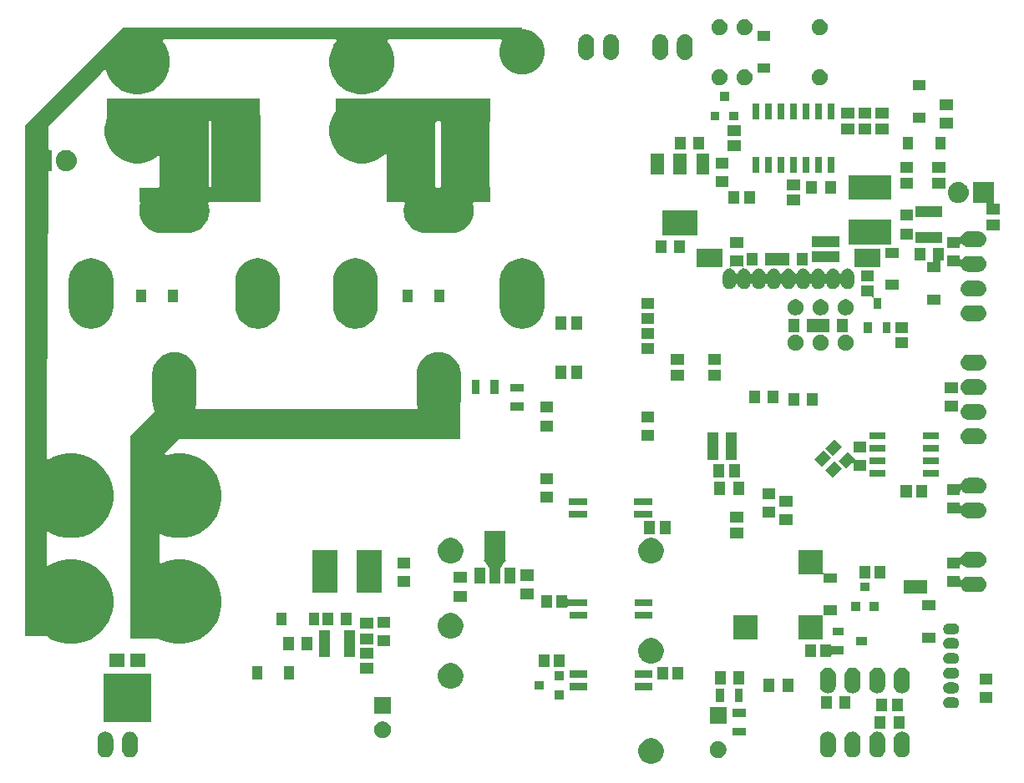
<source format=gbr>
G04 #@! TF.GenerationSoftware,KiCad,Pcbnew,(5.1.4)-1*
G04 #@! TF.CreationDate,2020-01-28T02:11:25+09:00*
G04 #@! TF.ProjectId,Electrocity_Manager_40W,456c6563-7472-46f6-9369-74795f4d616e,rev?*
G04 #@! TF.SameCoordinates,Original*
G04 #@! TF.FileFunction,Soldermask,Bot*
G04 #@! TF.FilePolarity,Negative*
%FSLAX46Y46*%
G04 Gerber Fmt 4.6, Leading zero omitted, Abs format (unit mm)*
G04 Created by KiCad (PCBNEW (5.1.4)-1) date 2020-01-28 02:11:25*
%MOMM*%
%LPD*%
G04 APERTURE LIST*
%ADD10C,0.100000*%
G04 APERTURE END LIST*
D10*
G36*
X112449487Y-171158996D02*
G01*
X112686253Y-171257068D01*
X112686255Y-171257069D01*
X112899339Y-171399447D01*
X113080553Y-171580661D01*
X113222932Y-171793747D01*
X113321004Y-172030513D01*
X113371000Y-172281861D01*
X113371000Y-172538139D01*
X113321004Y-172789487D01*
X113308724Y-172819133D01*
X113222931Y-173026255D01*
X113080553Y-173239339D01*
X112899339Y-173420553D01*
X112686255Y-173562931D01*
X112686254Y-173562932D01*
X112686253Y-173562932D01*
X112449487Y-173661004D01*
X112198139Y-173711000D01*
X111941861Y-173711000D01*
X111690513Y-173661004D01*
X111453747Y-173562932D01*
X111453746Y-173562932D01*
X111453745Y-173562931D01*
X111240661Y-173420553D01*
X111059447Y-173239339D01*
X110917069Y-173026255D01*
X110831276Y-172819133D01*
X110818996Y-172789487D01*
X110769000Y-172538139D01*
X110769000Y-172281861D01*
X110818996Y-172030513D01*
X110917068Y-171793747D01*
X111059447Y-171580661D01*
X111240661Y-171399447D01*
X111453745Y-171257069D01*
X111453747Y-171257068D01*
X111690513Y-171158996D01*
X111941861Y-171109000D01*
X112198139Y-171109000D01*
X112449487Y-171158996D01*
X112449487Y-171158996D01*
G37*
G36*
X119108228Y-171451703D02*
G01*
X119263100Y-171515853D01*
X119402481Y-171608985D01*
X119521015Y-171727519D01*
X119614147Y-171866900D01*
X119678297Y-172021772D01*
X119711000Y-172186184D01*
X119711000Y-172353816D01*
X119678297Y-172518228D01*
X119614147Y-172673100D01*
X119521015Y-172812481D01*
X119402481Y-172931015D01*
X119263100Y-173024147D01*
X119108228Y-173088297D01*
X118943816Y-173121000D01*
X118776184Y-173121000D01*
X118611772Y-173088297D01*
X118456900Y-173024147D01*
X118317519Y-172931015D01*
X118198985Y-172812481D01*
X118105853Y-172673100D01*
X118041703Y-172518228D01*
X118009000Y-172353816D01*
X118009000Y-172186184D01*
X118041703Y-172021772D01*
X118105853Y-171866900D01*
X118198985Y-171727519D01*
X118317519Y-171608985D01*
X118456900Y-171515853D01*
X118611772Y-171451703D01*
X118776184Y-171419000D01*
X118943816Y-171419000D01*
X119108228Y-171451703D01*
X119108228Y-171451703D01*
G37*
G36*
X130157022Y-170460590D02*
G01*
X130257681Y-170491125D01*
X130308012Y-170506392D01*
X130447164Y-170580771D01*
X130569133Y-170680867D01*
X130660731Y-170792480D01*
X130669229Y-170802835D01*
X130743608Y-170941987D01*
X130758875Y-170992318D01*
X130789410Y-171092977D01*
X130801000Y-171210655D01*
X130801000Y-172289345D01*
X130789410Y-172407023D01*
X130758875Y-172507682D01*
X130743608Y-172558013D01*
X130669229Y-172697165D01*
X130569133Y-172819133D01*
X130447165Y-172919229D01*
X130308013Y-172993608D01*
X130257682Y-173008875D01*
X130157023Y-173039410D01*
X130000000Y-173054875D01*
X129842978Y-173039410D01*
X129742319Y-173008875D01*
X129691988Y-172993608D01*
X129552836Y-172919229D01*
X129430868Y-172819133D01*
X129330772Y-172697165D01*
X129256393Y-172558013D01*
X129241126Y-172507682D01*
X129210591Y-172407023D01*
X129199001Y-172289345D01*
X129199000Y-171210656D01*
X129210590Y-171092978D01*
X129256392Y-170941989D01*
X129256392Y-170941988D01*
X129330771Y-170802836D01*
X129339270Y-170792480D01*
X129430867Y-170680867D01*
X129552835Y-170580771D01*
X129691987Y-170506392D01*
X129742318Y-170491125D01*
X129842977Y-170460590D01*
X130000000Y-170445125D01*
X130157022Y-170460590D01*
X130157022Y-170460590D01*
G37*
G36*
X56907023Y-170460590D02*
G01*
X57007682Y-170491125D01*
X57058013Y-170506392D01*
X57197165Y-170580771D01*
X57319133Y-170680867D01*
X57419229Y-170802835D01*
X57493608Y-170941987D01*
X57508875Y-170992318D01*
X57539410Y-171092977D01*
X57551000Y-171210655D01*
X57551000Y-172289345D01*
X57539410Y-172407023D01*
X57508875Y-172507682D01*
X57493608Y-172558013D01*
X57432094Y-172673097D01*
X57419229Y-172697165D01*
X57319133Y-172819133D01*
X57197164Y-172919229D01*
X57058012Y-172993608D01*
X57007681Y-173008875D01*
X56907022Y-173039410D01*
X56750000Y-173054875D01*
X56592977Y-173039410D01*
X56492318Y-173008875D01*
X56441987Y-172993608D01*
X56302835Y-172919229D01*
X56180867Y-172819133D01*
X56080771Y-172697164D01*
X56006393Y-172558013D01*
X56006392Y-172558012D01*
X55991125Y-172507681D01*
X55960590Y-172407022D01*
X55949000Y-172289344D01*
X55949001Y-171210655D01*
X55960591Y-171092977D01*
X55991126Y-170992318D01*
X56006393Y-170941987D01*
X56080772Y-170802835D01*
X56180868Y-170680867D01*
X56302836Y-170580771D01*
X56441988Y-170506392D01*
X56492319Y-170491125D01*
X56592978Y-170460590D01*
X56750000Y-170445125D01*
X56907023Y-170460590D01*
X56907023Y-170460590D01*
G37*
G36*
X59407023Y-170460590D02*
G01*
X59507682Y-170491125D01*
X59558013Y-170506392D01*
X59697165Y-170580771D01*
X59819133Y-170680867D01*
X59919229Y-170802835D01*
X59993608Y-170941987D01*
X60008875Y-170992318D01*
X60039410Y-171092977D01*
X60051000Y-171210655D01*
X60051000Y-172289345D01*
X60039410Y-172407023D01*
X60008875Y-172507682D01*
X59993608Y-172558013D01*
X59932094Y-172673097D01*
X59919229Y-172697165D01*
X59819133Y-172819133D01*
X59697164Y-172919229D01*
X59558012Y-172993608D01*
X59507681Y-173008875D01*
X59407022Y-173039410D01*
X59250000Y-173054875D01*
X59092977Y-173039410D01*
X58992318Y-173008875D01*
X58941987Y-172993608D01*
X58802835Y-172919229D01*
X58680867Y-172819133D01*
X58580771Y-172697164D01*
X58506393Y-172558013D01*
X58506392Y-172558012D01*
X58491125Y-172507681D01*
X58460590Y-172407022D01*
X58449000Y-172289344D01*
X58449001Y-171210655D01*
X58460591Y-171092977D01*
X58491126Y-170992318D01*
X58506393Y-170941987D01*
X58580772Y-170802835D01*
X58680868Y-170680867D01*
X58802836Y-170580771D01*
X58941988Y-170506392D01*
X58992319Y-170491125D01*
X59092978Y-170460590D01*
X59250000Y-170445125D01*
X59407023Y-170460590D01*
X59407023Y-170460590D01*
G37*
G36*
X137657022Y-170460590D02*
G01*
X137757681Y-170491125D01*
X137808012Y-170506392D01*
X137947164Y-170580771D01*
X138069133Y-170680867D01*
X138160731Y-170792480D01*
X138169229Y-170802835D01*
X138243608Y-170941987D01*
X138258875Y-170992318D01*
X138289410Y-171092977D01*
X138301000Y-171210655D01*
X138301000Y-172289345D01*
X138289410Y-172407023D01*
X138258875Y-172507682D01*
X138243608Y-172558013D01*
X138169229Y-172697165D01*
X138069133Y-172819133D01*
X137947165Y-172919229D01*
X137808013Y-172993608D01*
X137757682Y-173008875D01*
X137657023Y-173039410D01*
X137500000Y-173054875D01*
X137342978Y-173039410D01*
X137242319Y-173008875D01*
X137191988Y-172993608D01*
X137052836Y-172919229D01*
X136930868Y-172819133D01*
X136830772Y-172697165D01*
X136756393Y-172558013D01*
X136741126Y-172507682D01*
X136710591Y-172407023D01*
X136699001Y-172289345D01*
X136699000Y-171210656D01*
X136710590Y-171092978D01*
X136756392Y-170941989D01*
X136756392Y-170941988D01*
X136830771Y-170802836D01*
X136839270Y-170792480D01*
X136930867Y-170680867D01*
X137052835Y-170580771D01*
X137191987Y-170506392D01*
X137242318Y-170491125D01*
X137342977Y-170460590D01*
X137500000Y-170445125D01*
X137657022Y-170460590D01*
X137657022Y-170460590D01*
G37*
G36*
X135157022Y-170460590D02*
G01*
X135257681Y-170491125D01*
X135308012Y-170506392D01*
X135447164Y-170580771D01*
X135569133Y-170680867D01*
X135660731Y-170792480D01*
X135669229Y-170802835D01*
X135743608Y-170941987D01*
X135758875Y-170992318D01*
X135789410Y-171092977D01*
X135801000Y-171210655D01*
X135801000Y-172289345D01*
X135789410Y-172407023D01*
X135758875Y-172507682D01*
X135743608Y-172558013D01*
X135669229Y-172697165D01*
X135569133Y-172819133D01*
X135447165Y-172919229D01*
X135308013Y-172993608D01*
X135257682Y-173008875D01*
X135157023Y-173039410D01*
X135000000Y-173054875D01*
X134842978Y-173039410D01*
X134742319Y-173008875D01*
X134691988Y-172993608D01*
X134552836Y-172919229D01*
X134430868Y-172819133D01*
X134330772Y-172697165D01*
X134256393Y-172558013D01*
X134241126Y-172507682D01*
X134210591Y-172407023D01*
X134199001Y-172289345D01*
X134199000Y-171210656D01*
X134210590Y-171092978D01*
X134256392Y-170941989D01*
X134256392Y-170941988D01*
X134330771Y-170802836D01*
X134339270Y-170792480D01*
X134430867Y-170680867D01*
X134552835Y-170580771D01*
X134691987Y-170506392D01*
X134742318Y-170491125D01*
X134842977Y-170460590D01*
X135000000Y-170445125D01*
X135157022Y-170460590D01*
X135157022Y-170460590D01*
G37*
G36*
X132657022Y-170460590D02*
G01*
X132757681Y-170491125D01*
X132808012Y-170506392D01*
X132947164Y-170580771D01*
X133069133Y-170680867D01*
X133160731Y-170792480D01*
X133169229Y-170802835D01*
X133243608Y-170941987D01*
X133258875Y-170992318D01*
X133289410Y-171092977D01*
X133301000Y-171210655D01*
X133301000Y-172289345D01*
X133289410Y-172407023D01*
X133258875Y-172507682D01*
X133243608Y-172558013D01*
X133169229Y-172697165D01*
X133069133Y-172819133D01*
X132947165Y-172919229D01*
X132808013Y-172993608D01*
X132757682Y-173008875D01*
X132657023Y-173039410D01*
X132500000Y-173054875D01*
X132342978Y-173039410D01*
X132242319Y-173008875D01*
X132191988Y-172993608D01*
X132052836Y-172919229D01*
X131930868Y-172819133D01*
X131830772Y-172697165D01*
X131756393Y-172558013D01*
X131741126Y-172507682D01*
X131710591Y-172407023D01*
X131699001Y-172289345D01*
X131699000Y-171210656D01*
X131710590Y-171092978D01*
X131756392Y-170941989D01*
X131756392Y-170941988D01*
X131830771Y-170802836D01*
X131839270Y-170792480D01*
X131930867Y-170680867D01*
X132052835Y-170580771D01*
X132191987Y-170506392D01*
X132242318Y-170491125D01*
X132342977Y-170460590D01*
X132500000Y-170445125D01*
X132657022Y-170460590D01*
X132657022Y-170460590D01*
G37*
G36*
X85098228Y-169431703D02*
G01*
X85253100Y-169495853D01*
X85392481Y-169588985D01*
X85511015Y-169707519D01*
X85604147Y-169846900D01*
X85668297Y-170001772D01*
X85701000Y-170166184D01*
X85701000Y-170333816D01*
X85668297Y-170498228D01*
X85604147Y-170653100D01*
X85511015Y-170792481D01*
X85392481Y-170911015D01*
X85253100Y-171004147D01*
X85098228Y-171068297D01*
X84933816Y-171101000D01*
X84766184Y-171101000D01*
X84601772Y-171068297D01*
X84446900Y-171004147D01*
X84307519Y-170911015D01*
X84188985Y-170792481D01*
X84095853Y-170653100D01*
X84031703Y-170498228D01*
X83999000Y-170333816D01*
X83999000Y-170166184D01*
X84031703Y-170001772D01*
X84095853Y-169846900D01*
X84188985Y-169707519D01*
X84307519Y-169588985D01*
X84446900Y-169495853D01*
X84601772Y-169431703D01*
X84766184Y-169399000D01*
X84933816Y-169399000D01*
X85098228Y-169431703D01*
X85098228Y-169431703D01*
G37*
G36*
X121701000Y-170851000D02*
G01*
X120299000Y-170851000D01*
X120299000Y-170049000D01*
X121701000Y-170049000D01*
X121701000Y-170851000D01*
X121701000Y-170851000D01*
G37*
G36*
X137731000Y-170151000D02*
G01*
X136629000Y-170151000D01*
X136629000Y-168849000D01*
X137731000Y-168849000D01*
X137731000Y-170151000D01*
X137731000Y-170151000D01*
G37*
G36*
X135851000Y-170151000D02*
G01*
X134749000Y-170151000D01*
X134749000Y-168849000D01*
X135851000Y-168849000D01*
X135851000Y-170151000D01*
X135851000Y-170151000D01*
G37*
G36*
X119711000Y-169621000D02*
G01*
X118009000Y-169621000D01*
X118009000Y-167919000D01*
X119711000Y-167919000D01*
X119711000Y-169621000D01*
X119711000Y-169621000D01*
G37*
G36*
X61411000Y-169491000D02*
G01*
X56589000Y-169491000D01*
X56589000Y-164589000D01*
X61411000Y-164589000D01*
X61411000Y-169491000D01*
X61411000Y-169491000D01*
G37*
G36*
X121701000Y-168951000D02*
G01*
X120299000Y-168951000D01*
X120299000Y-168149000D01*
X121701000Y-168149000D01*
X121701000Y-168951000D01*
X121701000Y-168951000D01*
G37*
G36*
X85701000Y-168601000D02*
G01*
X83999000Y-168601000D01*
X83999000Y-166899000D01*
X85701000Y-166899000D01*
X85701000Y-168601000D01*
X85701000Y-168601000D01*
G37*
G36*
X137581000Y-168401000D02*
G01*
X136479000Y-168401000D01*
X136479000Y-167099000D01*
X137581000Y-167099000D01*
X137581000Y-168401000D01*
X137581000Y-168401000D01*
G37*
G36*
X136021000Y-168401000D02*
G01*
X134919000Y-168401000D01*
X134919000Y-167099000D01*
X136021000Y-167099000D01*
X136021000Y-168401000D01*
X136021000Y-168401000D01*
G37*
G36*
X130371000Y-168151000D02*
G01*
X129269000Y-168151000D01*
X129269000Y-166849000D01*
X130371000Y-166849000D01*
X130371000Y-168151000D01*
X130371000Y-168151000D01*
G37*
G36*
X132251000Y-168151000D02*
G01*
X131149000Y-168151000D01*
X131149000Y-166849000D01*
X132251000Y-166849000D01*
X132251000Y-168151000D01*
X132251000Y-168151000D01*
G37*
G36*
X142870015Y-166956973D02*
G01*
X142973879Y-166988479D01*
X143001055Y-167003005D01*
X143069600Y-167039643D01*
X143153501Y-167108499D01*
X143222357Y-167192400D01*
X143258995Y-167260945D01*
X143273521Y-167288121D01*
X143305027Y-167391985D01*
X143315666Y-167500000D01*
X143305027Y-167608015D01*
X143273521Y-167711879D01*
X143273519Y-167711882D01*
X143222357Y-167807600D01*
X143153501Y-167891501D01*
X143069600Y-167960357D01*
X143001055Y-167996995D01*
X142973879Y-168011521D01*
X142870015Y-168043027D01*
X142789067Y-168051000D01*
X142210933Y-168051000D01*
X142129985Y-168043027D01*
X142026121Y-168011521D01*
X141998945Y-167996995D01*
X141930400Y-167960357D01*
X141846499Y-167891501D01*
X141777643Y-167807600D01*
X141726481Y-167711882D01*
X141726479Y-167711879D01*
X141694973Y-167608015D01*
X141684334Y-167500000D01*
X141694973Y-167391985D01*
X141726479Y-167288121D01*
X141741005Y-167260945D01*
X141777643Y-167192400D01*
X141846499Y-167108499D01*
X141930400Y-167039643D01*
X141998945Y-167003005D01*
X142026121Y-166988479D01*
X142129985Y-166956973D01*
X142210933Y-166949000D01*
X142789067Y-166949000D01*
X142870015Y-166956973D01*
X142870015Y-166956973D01*
G37*
G36*
X146651000Y-167501000D02*
G01*
X145349000Y-167501000D01*
X145349000Y-166399000D01*
X146651000Y-166399000D01*
X146651000Y-167501000D01*
X146651000Y-167501000D01*
G37*
G36*
X119451000Y-167451000D02*
G01*
X118649000Y-167451000D01*
X118649000Y-166049000D01*
X119451000Y-166049000D01*
X119451000Y-167451000D01*
X119451000Y-167451000D01*
G37*
G36*
X121351000Y-167451000D02*
G01*
X120549000Y-167451000D01*
X120549000Y-166049000D01*
X121351000Y-166049000D01*
X121351000Y-167451000D01*
X121351000Y-167451000D01*
G37*
G36*
X103201810Y-167151050D02*
G01*
X102299710Y-167151050D01*
X102299710Y-166248950D01*
X103201810Y-166248950D01*
X103201810Y-167151050D01*
X103201810Y-167151050D01*
G37*
G36*
X137657023Y-163960590D02*
G01*
X137748961Y-163988479D01*
X137808013Y-164006392D01*
X137947165Y-164080771D01*
X138069133Y-164180867D01*
X138169229Y-164302835D01*
X138243608Y-164441987D01*
X138243608Y-164441988D01*
X138289410Y-164592977D01*
X138301000Y-164710655D01*
X138301000Y-165789345D01*
X138289410Y-165907023D01*
X138278517Y-165942931D01*
X138243608Y-166058013D01*
X138225976Y-166091000D01*
X138169229Y-166197165D01*
X138069133Y-166319133D01*
X137980951Y-166391501D01*
X137947164Y-166419229D01*
X137808012Y-166493608D01*
X137757681Y-166508875D01*
X137657022Y-166539410D01*
X137500000Y-166554875D01*
X137342977Y-166539410D01*
X137242318Y-166508875D01*
X137191987Y-166493608D01*
X137052835Y-166419229D01*
X137019048Y-166391501D01*
X136930867Y-166319133D01*
X136830771Y-166197164D01*
X136756392Y-166058012D01*
X136738795Y-166000000D01*
X136710590Y-165907022D01*
X136699000Y-165789344D01*
X136699001Y-164710655D01*
X136710591Y-164592977D01*
X136756393Y-164441988D01*
X136756393Y-164441987D01*
X136830772Y-164302835D01*
X136930868Y-164180867D01*
X137052836Y-164080771D01*
X137191988Y-164006392D01*
X137251040Y-163988479D01*
X137342978Y-163960590D01*
X137500000Y-163945125D01*
X137657023Y-163960590D01*
X137657023Y-163960590D01*
G37*
G36*
X135157023Y-163960590D02*
G01*
X135248961Y-163988479D01*
X135308013Y-164006392D01*
X135447165Y-164080771D01*
X135569133Y-164180867D01*
X135669229Y-164302835D01*
X135743608Y-164441987D01*
X135743608Y-164441988D01*
X135789410Y-164592977D01*
X135801000Y-164710655D01*
X135801000Y-165789345D01*
X135789410Y-165907023D01*
X135778517Y-165942931D01*
X135743608Y-166058013D01*
X135725976Y-166091000D01*
X135669229Y-166197165D01*
X135569133Y-166319133D01*
X135480951Y-166391501D01*
X135447164Y-166419229D01*
X135308012Y-166493608D01*
X135257681Y-166508875D01*
X135157022Y-166539410D01*
X135000000Y-166554875D01*
X134842977Y-166539410D01*
X134742318Y-166508875D01*
X134691987Y-166493608D01*
X134552835Y-166419229D01*
X134519048Y-166391501D01*
X134430867Y-166319133D01*
X134330771Y-166197164D01*
X134256392Y-166058012D01*
X134238795Y-166000000D01*
X134210590Y-165907022D01*
X134199000Y-165789344D01*
X134199001Y-164710655D01*
X134210591Y-164592977D01*
X134256393Y-164441988D01*
X134256393Y-164441987D01*
X134330772Y-164302835D01*
X134430868Y-164180867D01*
X134552836Y-164080771D01*
X134691988Y-164006392D01*
X134751040Y-163988479D01*
X134842978Y-163960590D01*
X135000000Y-163945125D01*
X135157023Y-163960590D01*
X135157023Y-163960590D01*
G37*
G36*
X130157023Y-163960590D02*
G01*
X130248961Y-163988479D01*
X130308013Y-164006392D01*
X130447165Y-164080771D01*
X130569133Y-164180867D01*
X130669229Y-164302835D01*
X130743608Y-164441987D01*
X130743608Y-164441988D01*
X130789410Y-164592977D01*
X130801000Y-164710655D01*
X130801000Y-165789345D01*
X130789410Y-165907023D01*
X130778517Y-165942931D01*
X130743608Y-166058013D01*
X130725976Y-166091000D01*
X130669229Y-166197165D01*
X130569133Y-166319133D01*
X130480951Y-166391501D01*
X130447164Y-166419229D01*
X130308012Y-166493608D01*
X130257681Y-166508875D01*
X130157022Y-166539410D01*
X130000000Y-166554875D01*
X129842977Y-166539410D01*
X129742318Y-166508875D01*
X129691987Y-166493608D01*
X129552835Y-166419229D01*
X129519048Y-166391501D01*
X129430867Y-166319133D01*
X129330771Y-166197164D01*
X129256392Y-166058012D01*
X129238795Y-166000000D01*
X129210590Y-165907022D01*
X129199000Y-165789344D01*
X129199001Y-164710655D01*
X129210591Y-164592977D01*
X129256393Y-164441988D01*
X129256393Y-164441987D01*
X129330772Y-164302835D01*
X129430868Y-164180867D01*
X129552836Y-164080771D01*
X129691988Y-164006392D01*
X129751040Y-163988479D01*
X129842978Y-163960590D01*
X130000000Y-163945125D01*
X130157023Y-163960590D01*
X130157023Y-163960590D01*
G37*
G36*
X132657023Y-163960590D02*
G01*
X132748961Y-163988479D01*
X132808013Y-164006392D01*
X132947165Y-164080771D01*
X133069133Y-164180867D01*
X133169229Y-164302835D01*
X133243608Y-164441987D01*
X133243608Y-164441988D01*
X133289410Y-164592977D01*
X133301000Y-164710655D01*
X133301000Y-165789345D01*
X133289410Y-165907023D01*
X133278517Y-165942931D01*
X133243608Y-166058013D01*
X133225976Y-166091000D01*
X133169229Y-166197165D01*
X133069133Y-166319133D01*
X132980951Y-166391501D01*
X132947164Y-166419229D01*
X132808012Y-166493608D01*
X132757681Y-166508875D01*
X132657022Y-166539410D01*
X132500000Y-166554875D01*
X132342977Y-166539410D01*
X132242318Y-166508875D01*
X132191987Y-166493608D01*
X132052835Y-166419229D01*
X132019048Y-166391501D01*
X131930867Y-166319133D01*
X131830771Y-166197164D01*
X131756392Y-166058012D01*
X131738795Y-166000000D01*
X131710590Y-165907022D01*
X131699000Y-165789344D01*
X131699001Y-164710655D01*
X131710591Y-164592977D01*
X131756393Y-164441988D01*
X131756393Y-164441987D01*
X131830772Y-164302835D01*
X131930868Y-164180867D01*
X132052836Y-164080771D01*
X132191988Y-164006392D01*
X132251040Y-163988479D01*
X132342978Y-163960590D01*
X132500000Y-163945125D01*
X132657023Y-163960590D01*
X132657023Y-163960590D01*
G37*
G36*
X142870015Y-165456973D02*
G01*
X142973879Y-165488479D01*
X143001055Y-165503005D01*
X143069600Y-165539643D01*
X143153501Y-165608499D01*
X143222357Y-165692400D01*
X143258995Y-165760945D01*
X143273521Y-165788121D01*
X143305027Y-165891985D01*
X143315666Y-166000000D01*
X143305027Y-166108015D01*
X143273521Y-166211879D01*
X143273519Y-166211882D01*
X143222357Y-166307600D01*
X143153501Y-166391501D01*
X143069600Y-166460357D01*
X143007391Y-166493608D01*
X142973879Y-166511521D01*
X142870015Y-166543027D01*
X142789067Y-166551000D01*
X142210933Y-166551000D01*
X142129985Y-166543027D01*
X142026121Y-166511521D01*
X141992609Y-166493608D01*
X141930400Y-166460357D01*
X141846499Y-166391501D01*
X141777643Y-166307600D01*
X141726481Y-166211882D01*
X141726479Y-166211879D01*
X141694973Y-166108015D01*
X141684334Y-166000000D01*
X141694973Y-165891985D01*
X141726479Y-165788121D01*
X141741005Y-165760945D01*
X141777643Y-165692400D01*
X141846499Y-165608499D01*
X141930400Y-165539643D01*
X141998945Y-165503005D01*
X142026121Y-165488479D01*
X142129985Y-165456973D01*
X142210933Y-165449000D01*
X142789067Y-165449000D01*
X142870015Y-165456973D01*
X142870015Y-165456973D01*
G37*
G36*
X124601000Y-166401000D02*
G01*
X123499000Y-166401000D01*
X123499000Y-165099000D01*
X124601000Y-165099000D01*
X124601000Y-166401000D01*
X124601000Y-166401000D01*
G37*
G36*
X126481000Y-166401000D02*
G01*
X125379000Y-166401000D01*
X125379000Y-165099000D01*
X126481000Y-165099000D01*
X126481000Y-166401000D01*
X126481000Y-166401000D01*
G37*
G36*
X105601000Y-166261000D02*
G01*
X103799000Y-166261000D01*
X103799000Y-165509000D01*
X105601000Y-165509000D01*
X105601000Y-166261000D01*
X105601000Y-166261000D01*
G37*
G36*
X112201000Y-166261000D02*
G01*
X110399000Y-166261000D01*
X110399000Y-165509000D01*
X112201000Y-165509000D01*
X112201000Y-166261000D01*
X112201000Y-166261000D01*
G37*
G36*
X101202830Y-166201050D02*
G01*
X100300730Y-166201050D01*
X100300730Y-165298950D01*
X101202830Y-165298950D01*
X101202830Y-166201050D01*
X101202830Y-166201050D01*
G37*
G36*
X92129487Y-163538996D02*
G01*
X92366253Y-163637068D01*
X92366255Y-163637069D01*
X92579339Y-163779447D01*
X92760553Y-163960661D01*
X92902932Y-164173747D01*
X93001004Y-164410513D01*
X93051000Y-164661861D01*
X93051000Y-164918139D01*
X93001004Y-165169487D01*
X92967219Y-165251050D01*
X92902931Y-165406255D01*
X92760553Y-165619339D01*
X92579339Y-165800553D01*
X92366255Y-165942931D01*
X92366254Y-165942932D01*
X92366253Y-165942932D01*
X92129487Y-166041004D01*
X91878139Y-166091000D01*
X91621861Y-166091000D01*
X91370513Y-166041004D01*
X91133747Y-165942932D01*
X91133746Y-165942932D01*
X91133745Y-165942931D01*
X90920661Y-165800553D01*
X90739447Y-165619339D01*
X90597069Y-165406255D01*
X90532781Y-165251050D01*
X90498996Y-165169487D01*
X90449000Y-164918139D01*
X90449000Y-164661861D01*
X90498996Y-164410513D01*
X90597068Y-164173747D01*
X90739447Y-163960661D01*
X90920661Y-163779447D01*
X91133745Y-163637069D01*
X91133747Y-163637068D01*
X91370513Y-163538996D01*
X91621861Y-163489000D01*
X91878139Y-163489000D01*
X92129487Y-163538996D01*
X92129487Y-163538996D01*
G37*
G36*
X121501000Y-165651000D02*
G01*
X120399000Y-165651000D01*
X120399000Y-164349000D01*
X121501000Y-164349000D01*
X121501000Y-165651000D01*
X121501000Y-165651000D01*
G37*
G36*
X119621000Y-165651000D02*
G01*
X118519000Y-165651000D01*
X118519000Y-164349000D01*
X119621000Y-164349000D01*
X119621000Y-165651000D01*
X119621000Y-165651000D01*
G37*
G36*
X146651000Y-165621000D02*
G01*
X145349000Y-165621000D01*
X145349000Y-164519000D01*
X146651000Y-164519000D01*
X146651000Y-165621000D01*
X146651000Y-165621000D01*
G37*
G36*
X103201810Y-165251050D02*
G01*
X102299710Y-165251050D01*
X102299710Y-164348950D01*
X103201810Y-164348950D01*
X103201810Y-165251050D01*
X103201810Y-165251050D01*
G37*
G36*
X72621000Y-165161000D02*
G01*
X71609000Y-165161000D01*
X71609000Y-163839000D01*
X72621000Y-163839000D01*
X72621000Y-165161000D01*
X72621000Y-165161000D01*
G37*
G36*
X75891000Y-165161000D02*
G01*
X74879000Y-165161000D01*
X74879000Y-163839000D01*
X75891000Y-163839000D01*
X75891000Y-165161000D01*
X75891000Y-165161000D01*
G37*
G36*
X115331000Y-165151000D02*
G01*
X114229000Y-165151000D01*
X114229000Y-163849000D01*
X115331000Y-163849000D01*
X115331000Y-165151000D01*
X115331000Y-165151000D01*
G37*
G36*
X113771000Y-165151000D02*
G01*
X112669000Y-165151000D01*
X112669000Y-163849000D01*
X113771000Y-163849000D01*
X113771000Y-165151000D01*
X113771000Y-165151000D01*
G37*
G36*
X142870015Y-163956973D02*
G01*
X142973879Y-163988479D01*
X143001055Y-164003005D01*
X143069600Y-164039643D01*
X143153501Y-164108499D01*
X143222357Y-164192400D01*
X143247265Y-164239000D01*
X143273521Y-164288121D01*
X143305027Y-164391985D01*
X143315666Y-164500000D01*
X143305027Y-164608015D01*
X143273521Y-164711879D01*
X143273519Y-164711882D01*
X143222357Y-164807600D01*
X143153501Y-164891501D01*
X143069600Y-164960357D01*
X143001055Y-164996995D01*
X142973879Y-165011521D01*
X142870015Y-165043027D01*
X142789067Y-165051000D01*
X142210933Y-165051000D01*
X142129985Y-165043027D01*
X142026121Y-165011521D01*
X141998945Y-164996995D01*
X141930400Y-164960357D01*
X141846499Y-164891501D01*
X141777643Y-164807600D01*
X141726481Y-164711882D01*
X141726479Y-164711879D01*
X141694973Y-164608015D01*
X141684334Y-164500000D01*
X141694973Y-164391985D01*
X141726479Y-164288121D01*
X141752735Y-164239000D01*
X141777643Y-164192400D01*
X141846499Y-164108499D01*
X141930400Y-164039643D01*
X141998945Y-164003005D01*
X142026121Y-163988479D01*
X142129985Y-163956973D01*
X142210933Y-163949000D01*
X142789067Y-163949000D01*
X142870015Y-163956973D01*
X142870015Y-163956973D01*
G37*
G36*
X112201000Y-164991000D02*
G01*
X110399000Y-164991000D01*
X110399000Y-164239000D01*
X112201000Y-164239000D01*
X112201000Y-164991000D01*
X112201000Y-164991000D01*
G37*
G36*
X105601000Y-164991000D02*
G01*
X103799000Y-164991000D01*
X103799000Y-164239000D01*
X105601000Y-164239000D01*
X105601000Y-164991000D01*
X105601000Y-164991000D01*
G37*
G36*
X83901000Y-164581000D02*
G01*
X82599000Y-164581000D01*
X82599000Y-163479000D01*
X83901000Y-163479000D01*
X83901000Y-164581000D01*
X83901000Y-164581000D01*
G37*
G36*
X60791000Y-163921000D02*
G01*
X59289000Y-163921000D01*
X59289000Y-162549000D01*
X60791000Y-162549000D01*
X60791000Y-163921000D01*
X60791000Y-163921000D01*
G37*
G36*
X58711000Y-163921000D02*
G01*
X57209000Y-163921000D01*
X57209000Y-162549000D01*
X58711000Y-162549000D01*
X58711000Y-163921000D01*
X58711000Y-163921000D01*
G37*
G36*
X103331000Y-163901000D02*
G01*
X102229000Y-163901000D01*
X102229000Y-162599000D01*
X103331000Y-162599000D01*
X103331000Y-163901000D01*
X103331000Y-163901000D01*
G37*
G36*
X101771000Y-163901000D02*
G01*
X100669000Y-163901000D01*
X100669000Y-162599000D01*
X101771000Y-162599000D01*
X101771000Y-163901000D01*
X101771000Y-163901000D01*
G37*
G36*
X142870015Y-162456973D02*
G01*
X142973879Y-162488479D01*
X143001055Y-162503005D01*
X143069600Y-162539643D01*
X143153501Y-162608499D01*
X143222357Y-162692400D01*
X143258995Y-162760945D01*
X143273521Y-162788121D01*
X143305027Y-162891985D01*
X143315666Y-163000000D01*
X143305027Y-163108015D01*
X143273521Y-163211879D01*
X143273519Y-163211882D01*
X143222357Y-163307600D01*
X143153501Y-163391501D01*
X143069600Y-163460357D01*
X143016012Y-163489000D01*
X142973879Y-163511521D01*
X142870015Y-163543027D01*
X142789067Y-163551000D01*
X142210933Y-163551000D01*
X142129985Y-163543027D01*
X142026121Y-163511521D01*
X141983988Y-163489000D01*
X141930400Y-163460357D01*
X141846499Y-163391501D01*
X141777643Y-163307600D01*
X141726481Y-163211882D01*
X141726479Y-163211879D01*
X141694973Y-163108015D01*
X141684334Y-163000000D01*
X141694973Y-162891985D01*
X141726479Y-162788121D01*
X141741005Y-162760945D01*
X141777643Y-162692400D01*
X141846499Y-162608499D01*
X141930400Y-162539643D01*
X141998945Y-162503005D01*
X142026121Y-162488479D01*
X142129985Y-162456973D01*
X142210933Y-162449000D01*
X142789067Y-162449000D01*
X142870015Y-162456973D01*
X142870015Y-162456973D01*
G37*
G36*
X112449487Y-160998996D02*
G01*
X112686253Y-161097068D01*
X112686255Y-161097069D01*
X112899339Y-161239447D01*
X113080553Y-161420661D01*
X113205739Y-161608015D01*
X113222932Y-161633747D01*
X113321004Y-161870513D01*
X113371000Y-162121861D01*
X113371000Y-162378139D01*
X113321004Y-162629487D01*
X113255295Y-162788121D01*
X113222931Y-162866255D01*
X113080553Y-163079339D01*
X112899339Y-163260553D01*
X112686255Y-163402931D01*
X112686254Y-163402932D01*
X112686253Y-163402932D01*
X112449487Y-163501004D01*
X112198139Y-163551000D01*
X111941861Y-163551000D01*
X111690513Y-163501004D01*
X111453747Y-163402932D01*
X111453746Y-163402932D01*
X111453745Y-163402931D01*
X111240661Y-163260553D01*
X111059447Y-163079339D01*
X110917069Y-162866255D01*
X110884705Y-162788121D01*
X110818996Y-162629487D01*
X110769000Y-162378139D01*
X110769000Y-162121861D01*
X110818996Y-161870513D01*
X110917068Y-161633747D01*
X110934262Y-161608015D01*
X111059447Y-161420661D01*
X111240661Y-161239447D01*
X111453745Y-161097069D01*
X111453747Y-161097068D01*
X111690513Y-160998996D01*
X111941861Y-160949000D01*
X112198139Y-160949000D01*
X112449487Y-160998996D01*
X112449487Y-160998996D01*
G37*
G36*
X83901000Y-163021000D02*
G01*
X82599000Y-163021000D01*
X82599000Y-161919000D01*
X83901000Y-161919000D01*
X83901000Y-163021000D01*
X83901000Y-163021000D01*
G37*
G36*
X128771000Y-162901000D02*
G01*
X127669000Y-162901000D01*
X127669000Y-161599000D01*
X128771000Y-161599000D01*
X128771000Y-162901000D01*
X128771000Y-162901000D01*
G37*
G36*
X130331000Y-161674001D02*
G01*
X130333402Y-161698387D01*
X130340515Y-161721836D01*
X130352066Y-161743447D01*
X130367611Y-161762389D01*
X130386553Y-161777934D01*
X130408164Y-161789485D01*
X130431613Y-161796598D01*
X130455999Y-161799000D01*
X131601000Y-161799000D01*
X131601000Y-162601000D01*
X130455999Y-162601000D01*
X130431613Y-162603402D01*
X130408164Y-162610515D01*
X130386553Y-162622066D01*
X130367611Y-162637611D01*
X130352066Y-162656553D01*
X130340515Y-162678164D01*
X130333402Y-162701613D01*
X130331000Y-162725999D01*
X130331000Y-162901000D01*
X129229000Y-162901000D01*
X129229000Y-161599000D01*
X130331000Y-161599000D01*
X130331000Y-161674001D01*
X130331000Y-161674001D01*
G37*
G36*
X79500900Y-162846400D02*
G01*
X78398140Y-162846400D01*
X78398140Y-160153600D01*
X79500900Y-160153600D01*
X79500900Y-162846400D01*
X79500900Y-162846400D01*
G37*
G36*
X82101860Y-162846400D02*
G01*
X80999100Y-162846400D01*
X80999100Y-160153600D01*
X82101860Y-160153600D01*
X82101860Y-162846400D01*
X82101860Y-162846400D01*
G37*
G36*
X77751000Y-162151000D02*
G01*
X76649000Y-162151000D01*
X76649000Y-160849000D01*
X77751000Y-160849000D01*
X77751000Y-162151000D01*
X77751000Y-162151000D01*
G37*
G36*
X75871000Y-162151000D02*
G01*
X74769000Y-162151000D01*
X74769000Y-160849000D01*
X75871000Y-160849000D01*
X75871000Y-162151000D01*
X75871000Y-162151000D01*
G37*
G36*
X142870015Y-160956973D02*
G01*
X142973879Y-160988479D01*
X142993556Y-160998997D01*
X143069600Y-161039643D01*
X143153501Y-161108499D01*
X143222357Y-161192400D01*
X143247504Y-161239447D01*
X143273521Y-161288121D01*
X143305027Y-161391985D01*
X143315666Y-161500000D01*
X143305027Y-161608015D01*
X143273521Y-161711879D01*
X143273519Y-161711882D01*
X143222357Y-161807600D01*
X143153501Y-161891501D01*
X143069600Y-161960357D01*
X143001055Y-161996995D01*
X142973879Y-162011521D01*
X142870015Y-162043027D01*
X142789067Y-162051000D01*
X142210933Y-162051000D01*
X142129985Y-162043027D01*
X142026121Y-162011521D01*
X141998945Y-161996995D01*
X141930400Y-161960357D01*
X141846499Y-161891501D01*
X141777643Y-161807600D01*
X141726481Y-161711882D01*
X141726479Y-161711879D01*
X141694973Y-161608015D01*
X141684334Y-161500000D01*
X141694973Y-161391985D01*
X141726479Y-161288121D01*
X141752496Y-161239447D01*
X141777643Y-161192400D01*
X141846499Y-161108499D01*
X141930400Y-161039643D01*
X142006444Y-160998997D01*
X142026121Y-160988479D01*
X142129985Y-160956973D01*
X142210933Y-160949000D01*
X142789067Y-160949000D01*
X142870015Y-160956973D01*
X142870015Y-160956973D01*
G37*
G36*
X85651000Y-161751000D02*
G01*
X84349000Y-161751000D01*
X84349000Y-160649000D01*
X85651000Y-160649000D01*
X85651000Y-161751000D01*
X85651000Y-161751000D01*
G37*
G36*
X134001000Y-161651000D02*
G01*
X132899000Y-161651000D01*
X132899000Y-160849000D01*
X134001000Y-160849000D01*
X134001000Y-161651000D01*
X134001000Y-161651000D01*
G37*
G36*
X83901000Y-161581000D02*
G01*
X82599000Y-161581000D01*
X82599000Y-160479000D01*
X83901000Y-160479000D01*
X83901000Y-161581000D01*
X83901000Y-161581000D01*
G37*
G36*
X90991270Y-131981570D02*
G01*
X91415590Y-132110286D01*
X91688935Y-132256392D01*
X91806639Y-132319306D01*
X91916553Y-132409511D01*
X92149396Y-132600599D01*
X92430697Y-132943365D01*
X92639714Y-133334409D01*
X92768430Y-133758729D01*
X92801000Y-134089419D01*
X92801000Y-136910581D01*
X92768430Y-137241271D01*
X92755382Y-137284284D01*
X92750602Y-137308317D01*
X92750000Y-137320569D01*
X92750000Y-140750000D01*
X64301777Y-140750000D01*
X64277391Y-140752402D01*
X64253942Y-140759515D01*
X64232331Y-140771066D01*
X64213389Y-140786611D01*
X62825704Y-142174296D01*
X62810159Y-142193238D01*
X62798608Y-142214849D01*
X62791495Y-142238298D01*
X62789093Y-142262684D01*
X62791495Y-142287070D01*
X62798608Y-142310519D01*
X62810159Y-142332130D01*
X62825704Y-142351072D01*
X62844646Y-142366617D01*
X62866257Y-142378168D01*
X62889706Y-142385281D01*
X62914092Y-142387683D01*
X62938478Y-142385281D01*
X62961927Y-142378168D01*
X62995446Y-142364284D01*
X63826387Y-142199000D01*
X64673613Y-142199000D01*
X65504554Y-142364284D01*
X66140608Y-142627746D01*
X66287288Y-142688503D01*
X66991728Y-143159195D01*
X67590805Y-143758272D01*
X67661450Y-143864000D01*
X68061498Y-144462714D01*
X68385716Y-145245446D01*
X68551000Y-146076387D01*
X68551000Y-146923613D01*
X68385716Y-147754554D01*
X68156466Y-148308012D01*
X68061497Y-148537288D01*
X67590805Y-149241728D01*
X66991728Y-149840805D01*
X66287288Y-150311497D01*
X66287287Y-150311498D01*
X66287286Y-150311498D01*
X65504554Y-150635716D01*
X64673613Y-150801000D01*
X63826387Y-150801000D01*
X62995446Y-150635716D01*
X62422834Y-150398533D01*
X62399385Y-150391420D01*
X62374999Y-150389018D01*
X62350613Y-150391420D01*
X62327164Y-150398533D01*
X62305553Y-150410084D01*
X62286611Y-150425629D01*
X62271066Y-150444571D01*
X62259515Y-150466182D01*
X62252402Y-150489631D01*
X62250000Y-150514017D01*
X62250000Y-153235983D01*
X62252402Y-153260369D01*
X62259515Y-153283818D01*
X62271066Y-153305429D01*
X62286611Y-153324371D01*
X62305553Y-153339916D01*
X62327164Y-153351467D01*
X62350613Y-153358580D01*
X62374999Y-153360982D01*
X62399385Y-153358580D01*
X62422834Y-153351467D01*
X62995446Y-153114284D01*
X63826387Y-152949000D01*
X64673613Y-152949000D01*
X65504554Y-153114284D01*
X66094337Y-153358580D01*
X66287288Y-153438503D01*
X66991728Y-153909195D01*
X67590805Y-154508272D01*
X68061497Y-155212712D01*
X68061498Y-155212714D01*
X68385716Y-155995446D01*
X68551000Y-156826387D01*
X68551000Y-157673613D01*
X68385716Y-158504554D01*
X68325257Y-158650515D01*
X68061497Y-159287288D01*
X67590805Y-159991728D01*
X66991728Y-160590805D01*
X66287288Y-161061497D01*
X66287287Y-161061498D01*
X66287286Y-161061498D01*
X65504554Y-161385716D01*
X64673613Y-161551000D01*
X63826387Y-161551000D01*
X62995446Y-161385716D01*
X62212714Y-161061498D01*
X62212713Y-161061498D01*
X62212712Y-161061497D01*
X62152202Y-161021065D01*
X62130592Y-161009515D01*
X62107143Y-161002402D01*
X62082757Y-161000000D01*
X59250000Y-161000000D01*
X59250000Y-140500000D01*
X61742467Y-138007533D01*
X61758012Y-137988591D01*
X61769563Y-137966980D01*
X61776676Y-137943531D01*
X61779078Y-137919145D01*
X61776676Y-137894759D01*
X61769563Y-137871310D01*
X61764318Y-137860221D01*
X61660286Y-137665591D01*
X61531570Y-137241271D01*
X61499000Y-136910581D01*
X61499000Y-134089420D01*
X61531570Y-133758730D01*
X61660286Y-133334410D01*
X61869305Y-132943363D01*
X61869306Y-132943361D01*
X61959511Y-132833447D01*
X62150599Y-132600604D01*
X62493365Y-132319303D01*
X62884409Y-132110286D01*
X63308729Y-131981570D01*
X63750000Y-131938109D01*
X64191270Y-131981570D01*
X64615590Y-132110286D01*
X64888935Y-132256392D01*
X65006639Y-132319306D01*
X65116553Y-132409511D01*
X65349396Y-132600599D01*
X65630697Y-132943365D01*
X65839714Y-133334409D01*
X65968430Y-133758729D01*
X66001000Y-134089419D01*
X66001000Y-136910581D01*
X65968430Y-137241271D01*
X65863034Y-137588716D01*
X65858254Y-137612749D01*
X65858254Y-137637253D01*
X65863034Y-137661286D01*
X65872412Y-137683925D01*
X65886026Y-137704300D01*
X65903353Y-137721627D01*
X65923727Y-137735240D01*
X65946366Y-137744618D01*
X65982651Y-137750000D01*
X88317349Y-137750000D01*
X88341735Y-137747598D01*
X88365184Y-137740485D01*
X88386795Y-137728934D01*
X88405737Y-137713389D01*
X88421282Y-137694447D01*
X88432833Y-137672836D01*
X88439946Y-137649387D01*
X88442348Y-137625001D01*
X88436966Y-137588716D01*
X88331570Y-137241271D01*
X88299000Y-136910581D01*
X88299000Y-134089420D01*
X88331570Y-133758730D01*
X88460286Y-133334410D01*
X88669305Y-132943363D01*
X88669306Y-132943361D01*
X88759511Y-132833447D01*
X88950599Y-132600604D01*
X89293365Y-132319303D01*
X89684409Y-132110286D01*
X90108729Y-131981570D01*
X90550000Y-131938109D01*
X90991270Y-131981570D01*
X90991270Y-131981570D01*
G37*
G36*
X99000000Y-99073561D02*
G01*
X99002402Y-99097947D01*
X99009515Y-99121396D01*
X99021066Y-99143007D01*
X99036611Y-99161949D01*
X99055553Y-99177494D01*
X99077164Y-99189045D01*
X99100613Y-99196158D01*
X99124999Y-99198560D01*
X99226673Y-99198560D01*
X99671304Y-99287002D01*
X100090139Y-99460489D01*
X100090141Y-99460490D01*
X100176592Y-99518255D01*
X100464442Y-99710590D01*
X100467083Y-99712355D01*
X100787645Y-100032917D01*
X101030073Y-100395735D01*
X101039511Y-100409861D01*
X101212998Y-100828696D01*
X101301440Y-101273327D01*
X101301440Y-101726673D01*
X101212998Y-102171304D01*
X101039511Y-102590139D01*
X100787646Y-102967082D01*
X100467082Y-103287646D01*
X100375265Y-103348996D01*
X100090141Y-103539510D01*
X100090140Y-103539511D01*
X100090139Y-103539511D01*
X99671304Y-103712998D01*
X99226673Y-103801440D01*
X98773327Y-103801440D01*
X98328696Y-103712998D01*
X97909861Y-103539511D01*
X97909860Y-103539511D01*
X97909859Y-103539510D01*
X97624735Y-103348996D01*
X97532918Y-103287646D01*
X97212354Y-102967082D01*
X96960489Y-102590139D01*
X96787002Y-102171304D01*
X96698560Y-101726673D01*
X96698560Y-101273327D01*
X96787002Y-100828695D01*
X96955115Y-100422834D01*
X96962228Y-100399385D01*
X96964630Y-100374999D01*
X96962228Y-100350613D01*
X96955115Y-100327164D01*
X96943564Y-100305553D01*
X96928019Y-100286611D01*
X96909077Y-100271066D01*
X96887466Y-100259515D01*
X96864017Y-100252402D01*
X96839631Y-100250000D01*
X85450533Y-100250000D01*
X85426147Y-100252402D01*
X85402698Y-100259515D01*
X85381087Y-100271066D01*
X85362145Y-100286611D01*
X85346600Y-100305553D01*
X85335049Y-100327164D01*
X85327936Y-100350613D01*
X85325534Y-100374999D01*
X85327936Y-100399385D01*
X85335049Y-100422834D01*
X85346596Y-100444438D01*
X85603349Y-100828696D01*
X85675309Y-100936392D01*
X85924145Y-101537135D01*
X86051000Y-102174879D01*
X86051000Y-102825121D01*
X85924145Y-103462865D01*
X85701687Y-103999925D01*
X85675308Y-104063610D01*
X85314054Y-104604265D01*
X84854265Y-105064054D01*
X84313610Y-105425308D01*
X84313609Y-105425309D01*
X84313608Y-105425309D01*
X83712865Y-105674145D01*
X83075121Y-105801000D01*
X82424879Y-105801000D01*
X81787135Y-105674145D01*
X81186392Y-105425309D01*
X81186391Y-105425309D01*
X81186390Y-105425308D01*
X80645735Y-105064054D01*
X80185946Y-104604265D01*
X79824692Y-104063610D01*
X79798313Y-103999925D01*
X79575855Y-103462865D01*
X79449000Y-102825121D01*
X79449000Y-102174879D01*
X79575855Y-101537135D01*
X79824691Y-100936392D01*
X79896651Y-100828696D01*
X80153404Y-100444438D01*
X80164951Y-100422834D01*
X80172064Y-100399385D01*
X80174466Y-100374999D01*
X80172064Y-100350613D01*
X80164951Y-100327164D01*
X80153400Y-100305553D01*
X80137855Y-100286611D01*
X80118913Y-100271066D01*
X80097302Y-100259515D01*
X80073853Y-100252402D01*
X80049467Y-100250000D01*
X62700533Y-100250000D01*
X62676147Y-100252402D01*
X62652698Y-100259515D01*
X62631087Y-100271066D01*
X62612145Y-100286611D01*
X62596600Y-100305553D01*
X62585049Y-100327164D01*
X62577936Y-100350613D01*
X62575534Y-100374999D01*
X62577936Y-100399385D01*
X62585049Y-100422834D01*
X62596596Y-100444438D01*
X62853349Y-100828696D01*
X62925309Y-100936392D01*
X63174145Y-101537135D01*
X63301000Y-102174879D01*
X63301000Y-102825121D01*
X63174145Y-103462865D01*
X62951687Y-103999925D01*
X62925308Y-104063610D01*
X62564054Y-104604265D01*
X62104265Y-105064054D01*
X61563610Y-105425308D01*
X61563609Y-105425309D01*
X61563608Y-105425309D01*
X60962865Y-105674145D01*
X60325121Y-105801000D01*
X59674879Y-105801000D01*
X59037135Y-105674145D01*
X58436392Y-105425309D01*
X58436391Y-105425309D01*
X58436390Y-105425308D01*
X57895735Y-105064054D01*
X57435946Y-104604265D01*
X57074692Y-104063610D01*
X57048313Y-103999925D01*
X56825855Y-103462865D01*
X56819028Y-103428543D01*
X56811915Y-103405094D01*
X56800364Y-103383483D01*
X56784819Y-103364541D01*
X56765877Y-103348996D01*
X56744267Y-103337444D01*
X56720818Y-103330331D01*
X56696432Y-103327929D01*
X56672046Y-103330331D01*
X56648597Y-103337444D01*
X56626986Y-103348995D01*
X56604833Y-103367872D01*
X56301165Y-103694900D01*
X56250000Y-103750000D01*
X51036362Y-108963638D01*
X51020817Y-108982580D01*
X51009266Y-109004191D01*
X51002153Y-109027640D01*
X50999752Y-109051422D01*
X50988854Y-111307397D01*
X50991138Y-111331795D01*
X50998138Y-111355278D01*
X51009585Y-111376944D01*
X51025038Y-111395961D01*
X51043905Y-111411597D01*
X51065460Y-111423253D01*
X51088874Y-111430479D01*
X51113852Y-111433000D01*
X51317000Y-111433000D01*
X51317000Y-113567000D01*
X51102335Y-113567000D01*
X51077949Y-113569402D01*
X51054500Y-113576515D01*
X51032889Y-113588066D01*
X51013947Y-113603611D01*
X50998402Y-113622553D01*
X50986851Y-113644164D01*
X50979738Y-113667613D01*
X50977337Y-113691395D01*
X50854585Y-139101000D01*
X50839429Y-142238298D01*
X50837174Y-142704969D01*
X50839458Y-142729367D01*
X50846458Y-142752850D01*
X50857905Y-142774516D01*
X50873358Y-142793533D01*
X50892225Y-142809169D01*
X50913780Y-142820825D01*
X50937194Y-142828051D01*
X50961568Y-142830571D01*
X50985966Y-142828287D01*
X51009449Y-142821287D01*
X51031618Y-142809506D01*
X51188069Y-142704969D01*
X51212712Y-142688503D01*
X51359392Y-142627746D01*
X51995446Y-142364284D01*
X52826387Y-142199000D01*
X53673613Y-142199000D01*
X54504554Y-142364284D01*
X55140608Y-142627746D01*
X55287288Y-142688503D01*
X55991728Y-143159195D01*
X56590805Y-143758272D01*
X56661450Y-143864000D01*
X57061498Y-144462714D01*
X57385716Y-145245446D01*
X57551000Y-146076387D01*
X57551000Y-146923613D01*
X57385716Y-147754554D01*
X57156466Y-148308012D01*
X57061497Y-148537288D01*
X56590805Y-149241728D01*
X55991728Y-149840805D01*
X55287288Y-150311497D01*
X55287287Y-150311498D01*
X55287286Y-150311498D01*
X54504554Y-150635716D01*
X53673613Y-150801000D01*
X52826387Y-150801000D01*
X51995446Y-150635716D01*
X51212714Y-150311498D01*
X51212713Y-150311498D01*
X51212712Y-150311497D01*
X50995071Y-150166074D01*
X50973464Y-150154525D01*
X50950015Y-150147412D01*
X50925629Y-150145010D01*
X50901243Y-150147412D01*
X50877794Y-150154525D01*
X50856183Y-150166076D01*
X50837241Y-150181621D01*
X50821696Y-150200563D01*
X50810145Y-150222174D01*
X50803032Y-150245623D01*
X50800631Y-150269405D01*
X50785074Y-153489782D01*
X50787358Y-153514180D01*
X50794358Y-153537663D01*
X50805805Y-153559329D01*
X50821258Y-153578346D01*
X50840125Y-153593982D01*
X50861680Y-153605638D01*
X50885094Y-153612864D01*
X50909468Y-153615384D01*
X50933866Y-153613100D01*
X50957349Y-153606100D01*
X50979513Y-153594322D01*
X51212712Y-153438503D01*
X51405663Y-153358580D01*
X51995446Y-153114284D01*
X52826387Y-152949000D01*
X53673613Y-152949000D01*
X54504554Y-153114284D01*
X55094337Y-153358580D01*
X55287288Y-153438503D01*
X55991728Y-153909195D01*
X56590805Y-154508272D01*
X57061497Y-155212712D01*
X57061498Y-155212714D01*
X57385716Y-155995446D01*
X57551000Y-156826387D01*
X57551000Y-157673613D01*
X57385716Y-158504554D01*
X57325257Y-158650515D01*
X57061497Y-159287288D01*
X56590805Y-159991728D01*
X55991728Y-160590805D01*
X55287288Y-161061497D01*
X55287287Y-161061498D01*
X55287286Y-161061498D01*
X54504554Y-161385716D01*
X53673613Y-161551000D01*
X52826387Y-161551000D01*
X51995446Y-161385716D01*
X51212714Y-161061498D01*
X51212713Y-161061498D01*
X51212712Y-161061497D01*
X50778050Y-160771065D01*
X50756441Y-160759515D01*
X50732992Y-160752402D01*
X50708606Y-160750000D01*
X48600000Y-160750000D01*
X48600000Y-108900000D01*
X58500000Y-99000000D01*
X99000000Y-99000000D01*
X99000000Y-99073561D01*
X99000000Y-99073561D01*
G37*
G36*
X140911000Y-161391000D02*
G01*
X139589000Y-161391000D01*
X139589000Y-160379000D01*
X140911000Y-160379000D01*
X140911000Y-161391000D01*
X140911000Y-161391000D01*
G37*
G36*
X122851000Y-161051000D02*
G01*
X120449000Y-161051000D01*
X120449000Y-158649000D01*
X122851000Y-158649000D01*
X122851000Y-161051000D01*
X122851000Y-161051000D01*
G37*
G36*
X130911000Y-158641000D02*
G01*
X129575999Y-158641000D01*
X129551613Y-158643402D01*
X129528164Y-158650515D01*
X129506553Y-158662066D01*
X129487611Y-158677611D01*
X129472066Y-158696553D01*
X129460515Y-158718164D01*
X129453402Y-158741613D01*
X129451000Y-158765999D01*
X129451000Y-161051000D01*
X127049000Y-161051000D01*
X127049000Y-158649000D01*
X129464001Y-158649000D01*
X129488387Y-158646598D01*
X129511836Y-158639485D01*
X129533447Y-158627934D01*
X129552389Y-158612389D01*
X129567934Y-158593447D01*
X129579485Y-158571836D01*
X129586598Y-158548387D01*
X129589000Y-158524001D01*
X129589000Y-157629000D01*
X130911000Y-157629000D01*
X130911000Y-158641000D01*
X130911000Y-158641000D01*
G37*
G36*
X92129487Y-158458996D02*
G01*
X92286422Y-158524001D01*
X92366255Y-158557069D01*
X92579339Y-158699447D01*
X92760553Y-158880661D01*
X92847643Y-159011000D01*
X92902932Y-159093747D01*
X93001004Y-159330513D01*
X93051000Y-159581861D01*
X93051000Y-159838139D01*
X93001004Y-160089487D01*
X92993330Y-160108013D01*
X92902931Y-160326255D01*
X92760553Y-160539339D01*
X92579339Y-160720553D01*
X92366255Y-160862931D01*
X92366254Y-160862932D01*
X92366253Y-160862932D01*
X92129487Y-160961004D01*
X91878139Y-161011000D01*
X91621861Y-161011000D01*
X91370513Y-160961004D01*
X91133747Y-160862932D01*
X91133746Y-160862932D01*
X91133745Y-160862931D01*
X90920661Y-160720553D01*
X90739447Y-160539339D01*
X90597069Y-160326255D01*
X90506670Y-160108013D01*
X90498996Y-160089487D01*
X90449000Y-159838139D01*
X90449000Y-159581861D01*
X90498996Y-159330513D01*
X90597068Y-159093747D01*
X90652358Y-159011000D01*
X90739447Y-158880661D01*
X90920661Y-158699447D01*
X91133745Y-158557069D01*
X91213578Y-158524001D01*
X91370513Y-158458996D01*
X91621861Y-158409000D01*
X91878139Y-158409000D01*
X92129487Y-158458996D01*
X92129487Y-158458996D01*
G37*
G36*
X131601000Y-160701000D02*
G01*
X130499000Y-160701000D01*
X130499000Y-159899000D01*
X131601000Y-159899000D01*
X131601000Y-160701000D01*
X131601000Y-160701000D01*
G37*
G36*
X142870015Y-159456973D02*
G01*
X142973879Y-159488479D01*
X143001055Y-159503005D01*
X143069600Y-159539643D01*
X143153501Y-159608499D01*
X143222357Y-159692400D01*
X143258995Y-159760945D01*
X143273521Y-159788121D01*
X143305027Y-159891985D01*
X143315666Y-160000000D01*
X143305027Y-160108015D01*
X143273521Y-160211879D01*
X143273519Y-160211882D01*
X143222357Y-160307600D01*
X143153501Y-160391501D01*
X143069600Y-160460357D01*
X143001055Y-160496995D01*
X142973879Y-160511521D01*
X142870015Y-160543027D01*
X142789067Y-160551000D01*
X142210933Y-160551000D01*
X142129985Y-160543027D01*
X142026121Y-160511521D01*
X141998945Y-160496995D01*
X141930400Y-160460357D01*
X141846499Y-160391501D01*
X141777643Y-160307600D01*
X141726481Y-160211882D01*
X141726479Y-160211879D01*
X141694973Y-160108015D01*
X141684334Y-160000000D01*
X141694973Y-159891985D01*
X141726479Y-159788121D01*
X141741005Y-159760945D01*
X141777643Y-159692400D01*
X141846499Y-159608499D01*
X141930400Y-159539643D01*
X141998945Y-159503005D01*
X142026121Y-159488479D01*
X142129985Y-159456973D01*
X142210933Y-159449000D01*
X142789067Y-159449000D01*
X142870015Y-159456973D01*
X142870015Y-159456973D01*
G37*
G36*
X83901000Y-160021000D02*
G01*
X82599000Y-160021000D01*
X82599000Y-158919000D01*
X83901000Y-158919000D01*
X83901000Y-160021000D01*
X83901000Y-160021000D01*
G37*
G36*
X85651000Y-159871000D02*
G01*
X84349000Y-159871000D01*
X84349000Y-158769000D01*
X85651000Y-158769000D01*
X85651000Y-159871000D01*
X85651000Y-159871000D01*
G37*
G36*
X78391000Y-159661000D02*
G01*
X77379000Y-159661000D01*
X77379000Y-158339000D01*
X78391000Y-158339000D01*
X78391000Y-159661000D01*
X78391000Y-159661000D01*
G37*
G36*
X75121000Y-159661000D02*
G01*
X74109000Y-159661000D01*
X74109000Y-158339000D01*
X75121000Y-158339000D01*
X75121000Y-159661000D01*
X75121000Y-159661000D01*
G37*
G36*
X79871000Y-159651000D02*
G01*
X78769000Y-159651000D01*
X78769000Y-158349000D01*
X79871000Y-158349000D01*
X79871000Y-159651000D01*
X79871000Y-159651000D01*
G37*
G36*
X81751000Y-159651000D02*
G01*
X80649000Y-159651000D01*
X80649000Y-158349000D01*
X81751000Y-158349000D01*
X81751000Y-159651000D01*
X81751000Y-159651000D01*
G37*
G36*
X105601000Y-159011000D02*
G01*
X103799000Y-159011000D01*
X103799000Y-158259000D01*
X105601000Y-158259000D01*
X105601000Y-159011000D01*
X105601000Y-159011000D01*
G37*
G36*
X112201000Y-159011000D02*
G01*
X110399000Y-159011000D01*
X110399000Y-158259000D01*
X112201000Y-158259000D01*
X112201000Y-159011000D01*
X112201000Y-159011000D01*
G37*
G36*
X135151050Y-158201810D02*
G01*
X134248950Y-158201810D01*
X134248950Y-157299710D01*
X135151050Y-157299710D01*
X135151050Y-158201810D01*
X135151050Y-158201810D01*
G37*
G36*
X133251050Y-158201810D02*
G01*
X132348950Y-158201810D01*
X132348950Y-157299710D01*
X133251050Y-157299710D01*
X133251050Y-158201810D01*
X133251050Y-158201810D01*
G37*
G36*
X140911000Y-158121000D02*
G01*
X139589000Y-158121000D01*
X139589000Y-157109000D01*
X140911000Y-157109000D01*
X140911000Y-158121000D01*
X140911000Y-158121000D01*
G37*
G36*
X103581000Y-156864001D02*
G01*
X103583402Y-156888387D01*
X103590515Y-156911836D01*
X103602066Y-156933447D01*
X103617611Y-156952389D01*
X103636553Y-156967934D01*
X103658164Y-156979485D01*
X103681613Y-156986598D01*
X103705999Y-156989000D01*
X105601000Y-156989000D01*
X105601000Y-157741000D01*
X103705999Y-157741000D01*
X103681613Y-157743402D01*
X103658164Y-157750515D01*
X103636553Y-157762066D01*
X103617611Y-157777611D01*
X103602066Y-157796553D01*
X103590515Y-157818164D01*
X103583402Y-157841613D01*
X103581000Y-157865999D01*
X103581000Y-157901000D01*
X102479000Y-157901000D01*
X102479000Y-156599000D01*
X103581000Y-156599000D01*
X103581000Y-156864001D01*
X103581000Y-156864001D01*
G37*
G36*
X102021000Y-157901000D02*
G01*
X100919000Y-157901000D01*
X100919000Y-156599000D01*
X102021000Y-156599000D01*
X102021000Y-157901000D01*
X102021000Y-157901000D01*
G37*
G36*
X112201000Y-157741000D02*
G01*
X110399000Y-157741000D01*
X110399000Y-156989000D01*
X112201000Y-156989000D01*
X112201000Y-157741000D01*
X112201000Y-157741000D01*
G37*
G36*
X93426000Y-157301000D02*
G01*
X92074000Y-157301000D01*
X92074000Y-156199000D01*
X93426000Y-156199000D01*
X93426000Y-157301000D01*
X93426000Y-157301000D01*
G37*
G36*
X100151000Y-157001000D02*
G01*
X98849000Y-157001000D01*
X98849000Y-155899000D01*
X100151000Y-155899000D01*
X100151000Y-157001000D01*
X100151000Y-157001000D01*
G37*
G36*
X140053600Y-156436000D02*
G01*
X137716400Y-156436000D01*
X137716400Y-155064000D01*
X140053600Y-155064000D01*
X140053600Y-156436000D01*
X140053600Y-156436000D01*
G37*
G36*
X80251000Y-156351000D02*
G01*
X77749000Y-156351000D01*
X77749000Y-152049000D01*
X80251000Y-152049000D01*
X80251000Y-156351000D01*
X80251000Y-156351000D01*
G37*
G36*
X84751000Y-156351000D02*
G01*
X82249000Y-156351000D01*
X82249000Y-152049000D01*
X84751000Y-152049000D01*
X84751000Y-156351000D01*
X84751000Y-156351000D01*
G37*
G36*
X143401000Y-154922538D02*
G01*
X143403402Y-154946924D01*
X143410515Y-154970373D01*
X143422066Y-154991984D01*
X143437611Y-155010926D01*
X143456553Y-155026471D01*
X143478164Y-155038022D01*
X143501613Y-155045135D01*
X143525999Y-155047537D01*
X143550385Y-155045135D01*
X143573834Y-155038022D01*
X143595445Y-155026471D01*
X143614387Y-155010926D01*
X143622625Y-155001836D01*
X143648446Y-154970373D01*
X143680867Y-154930867D01*
X143802835Y-154830771D01*
X143941987Y-154756392D01*
X143992318Y-154741125D01*
X144092977Y-154710590D01*
X144171429Y-154702863D01*
X144210654Y-154699000D01*
X145289346Y-154699000D01*
X145328571Y-154702863D01*
X145407023Y-154710590D01*
X145507682Y-154741125D01*
X145558013Y-154756392D01*
X145697165Y-154830771D01*
X145819133Y-154930867D01*
X145919229Y-155052835D01*
X145993608Y-155191987D01*
X145993608Y-155191988D01*
X146039410Y-155342977D01*
X146054875Y-155500000D01*
X146039410Y-155657023D01*
X146010902Y-155751000D01*
X145993608Y-155808013D01*
X145919229Y-155947165D01*
X145819133Y-156069133D01*
X145697165Y-156169229D01*
X145558013Y-156243608D01*
X145507682Y-156258875D01*
X145407023Y-156289410D01*
X145328571Y-156297137D01*
X145289346Y-156301000D01*
X144210654Y-156301000D01*
X144171429Y-156297137D01*
X144092977Y-156289410D01*
X143992318Y-156258875D01*
X143941987Y-156243608D01*
X143802835Y-156169229D01*
X143680867Y-156069133D01*
X143620394Y-155995446D01*
X143580771Y-155947165D01*
X143511236Y-155817075D01*
X143497622Y-155796700D01*
X143480295Y-155779373D01*
X143459921Y-155765760D01*
X143437282Y-155756382D01*
X143400997Y-155751000D01*
X142099000Y-155751000D01*
X142099000Y-154649000D01*
X143401000Y-154649000D01*
X143401000Y-154922538D01*
X143401000Y-154922538D01*
G37*
G36*
X134201050Y-156202830D02*
G01*
X133298950Y-156202830D01*
X133298950Y-155300730D01*
X134201050Y-155300730D01*
X134201050Y-156202830D01*
X134201050Y-156202830D01*
G37*
G36*
X87651000Y-155751000D02*
G01*
X86349000Y-155751000D01*
X86349000Y-154649000D01*
X87651000Y-154649000D01*
X87651000Y-155751000D01*
X87651000Y-155751000D01*
G37*
G36*
X98302520Y-155403930D02*
G01*
X97199760Y-155403930D01*
X97199760Y-153800790D01*
X98302520Y-153800790D01*
X98302520Y-155403930D01*
X98302520Y-155403930D01*
G37*
G36*
X97300490Y-152949351D02*
G01*
X97302892Y-152973737D01*
X97310005Y-152997186D01*
X97321556Y-153018797D01*
X97337101Y-153037739D01*
X97356043Y-153053284D01*
X97359116Y-153054926D01*
X97321538Y-153111198D01*
X97309992Y-153132811D01*
X97302885Y-153156262D01*
X97300490Y-153180616D01*
X97300490Y-153205070D01*
X97280067Y-153211265D01*
X97258456Y-153222816D01*
X97239514Y-153238361D01*
X97223951Y-153257331D01*
X96990861Y-153606373D01*
X96982307Y-153622385D01*
X96970810Y-153636399D01*
X96822428Y-153858595D01*
X96810882Y-153880208D01*
X96803775Y-153903659D01*
X96801380Y-153928013D01*
X96801380Y-155403930D01*
X95698620Y-155403930D01*
X95698620Y-153928013D01*
X95696218Y-153903627D01*
X95689105Y-153880178D01*
X95677572Y-153858595D01*
X95529190Y-153636399D01*
X95517695Y-153622384D01*
X95509139Y-153606373D01*
X95276049Y-153257331D01*
X95260509Y-153238385D01*
X95241571Y-153222834D01*
X95219963Y-153211278D01*
X95199510Y-153205067D01*
X95199510Y-153180616D01*
X95197108Y-153156230D01*
X95189995Y-153132781D01*
X95178462Y-153111198D01*
X95140884Y-153054926D01*
X95143957Y-153053284D01*
X95162899Y-153037739D01*
X95178444Y-153018797D01*
X95189995Y-152997186D01*
X95197108Y-152973737D01*
X95199510Y-152949351D01*
X95199510Y-150100010D01*
X97300490Y-150100010D01*
X97300490Y-152949351D01*
X97300490Y-152949351D01*
G37*
G36*
X95300240Y-155403930D02*
G01*
X94197480Y-155403930D01*
X94197480Y-153800790D01*
X95300240Y-153800790D01*
X95300240Y-155403930D01*
X95300240Y-155403930D01*
G37*
G36*
X129451000Y-154234001D02*
G01*
X129453402Y-154258387D01*
X129460515Y-154281836D01*
X129472066Y-154303447D01*
X129487611Y-154322389D01*
X129506553Y-154337934D01*
X129528164Y-154349485D01*
X129551613Y-154356598D01*
X129575999Y-154359000D01*
X130911000Y-154359000D01*
X130911000Y-155371000D01*
X129589000Y-155371000D01*
X129589000Y-154575999D01*
X129586598Y-154551613D01*
X129579485Y-154528164D01*
X129567934Y-154506553D01*
X129552389Y-154487611D01*
X129533447Y-154472066D01*
X129511836Y-154460515D01*
X129488387Y-154453402D01*
X129464001Y-154451000D01*
X127049000Y-154451000D01*
X127049000Y-152049000D01*
X129451000Y-152049000D01*
X129451000Y-154234001D01*
X129451000Y-154234001D01*
G37*
G36*
X93426000Y-155301000D02*
G01*
X92074000Y-155301000D01*
X92074000Y-154199000D01*
X93426000Y-154199000D01*
X93426000Y-155301000D01*
X93426000Y-155301000D01*
G37*
G36*
X100151000Y-155121000D02*
G01*
X98849000Y-155121000D01*
X98849000Y-154019000D01*
X100151000Y-154019000D01*
X100151000Y-155121000D01*
X100151000Y-155121000D01*
G37*
G36*
X134271000Y-154901000D02*
G01*
X133169000Y-154901000D01*
X133169000Y-153599000D01*
X134271000Y-153599000D01*
X134271000Y-154901000D01*
X134271000Y-154901000D01*
G37*
G36*
X135831000Y-154901000D02*
G01*
X134729000Y-154901000D01*
X134729000Y-153599000D01*
X135831000Y-153599000D01*
X135831000Y-154901000D01*
X135831000Y-154901000D01*
G37*
G36*
X87651000Y-153871000D02*
G01*
X86349000Y-153871000D01*
X86349000Y-152769000D01*
X87651000Y-152769000D01*
X87651000Y-153871000D01*
X87651000Y-153871000D01*
G37*
G36*
X145328571Y-152202863D02*
G01*
X145407023Y-152210590D01*
X145507682Y-152241125D01*
X145558013Y-152256392D01*
X145697165Y-152330771D01*
X145819133Y-152430867D01*
X145919229Y-152552835D01*
X145993608Y-152691987D01*
X145993608Y-152691988D01*
X146039410Y-152842977D01*
X146054875Y-153000000D01*
X146039410Y-153157023D01*
X146032253Y-153180616D01*
X145993608Y-153308013D01*
X145919229Y-153447165D01*
X145819133Y-153569133D01*
X145697165Y-153669229D01*
X145558013Y-153743608D01*
X145507682Y-153758875D01*
X145407023Y-153789410D01*
X145328571Y-153797137D01*
X145289346Y-153801000D01*
X144210654Y-153801000D01*
X144171429Y-153797137D01*
X144092977Y-153789410D01*
X143992318Y-153758875D01*
X143941987Y-153743608D01*
X143802835Y-153669229D01*
X143680867Y-153569133D01*
X143622623Y-153498162D01*
X143605298Y-153480837D01*
X143584923Y-153467223D01*
X143562284Y-153457845D01*
X143538251Y-153453065D01*
X143513747Y-153453065D01*
X143489714Y-153457845D01*
X143467075Y-153467223D01*
X143446701Y-153480836D01*
X143429374Y-153498163D01*
X143415760Y-153518538D01*
X143406382Y-153541177D01*
X143401602Y-153565210D01*
X143401000Y-153577462D01*
X143401000Y-153871000D01*
X142099000Y-153871000D01*
X142099000Y-152769000D01*
X143390325Y-152769000D01*
X143414711Y-152766598D01*
X143438160Y-152759485D01*
X143459771Y-152747934D01*
X143478713Y-152732389D01*
X143494258Y-152713447D01*
X143500072Y-152702570D01*
X143500588Y-152702846D01*
X143580771Y-152552835D01*
X143680867Y-152430867D01*
X143802835Y-152330771D01*
X143941987Y-152256392D01*
X143992318Y-152241125D01*
X144092977Y-152210590D01*
X144171429Y-152202863D01*
X144210654Y-152199000D01*
X145289346Y-152199000D01*
X145328571Y-152202863D01*
X145328571Y-152202863D01*
G37*
G36*
X112449487Y-150838996D02*
G01*
X112686253Y-150937068D01*
X112686255Y-150937069D01*
X112899339Y-151079447D01*
X113080553Y-151260661D01*
X113222932Y-151473747D01*
X113321004Y-151710513D01*
X113371000Y-151961861D01*
X113371000Y-152218139D01*
X113321004Y-152469487D01*
X113224343Y-152702846D01*
X113222931Y-152706255D01*
X113080553Y-152919339D01*
X112899339Y-153100553D01*
X112686255Y-153242931D01*
X112686254Y-153242932D01*
X112686253Y-153242932D01*
X112449487Y-153341004D01*
X112198139Y-153391000D01*
X111941861Y-153391000D01*
X111690513Y-153341004D01*
X111453747Y-153242932D01*
X111453746Y-153242932D01*
X111453745Y-153242931D01*
X111240661Y-153100553D01*
X111059447Y-152919339D01*
X110917069Y-152706255D01*
X110915657Y-152702846D01*
X110818996Y-152469487D01*
X110769000Y-152218139D01*
X110769000Y-151961861D01*
X110818996Y-151710513D01*
X110917068Y-151473747D01*
X111059447Y-151260661D01*
X111240661Y-151079447D01*
X111453745Y-150937069D01*
X111453747Y-150937068D01*
X111690513Y-150838996D01*
X111941861Y-150789000D01*
X112198139Y-150789000D01*
X112449487Y-150838996D01*
X112449487Y-150838996D01*
G37*
G36*
X92129487Y-150838996D02*
G01*
X92366253Y-150937068D01*
X92366255Y-150937069D01*
X92579339Y-151079447D01*
X92760553Y-151260661D01*
X92902932Y-151473747D01*
X93001004Y-151710513D01*
X93051000Y-151961861D01*
X93051000Y-152218139D01*
X93001004Y-152469487D01*
X92904343Y-152702846D01*
X92902931Y-152706255D01*
X92760553Y-152919339D01*
X92579339Y-153100553D01*
X92366255Y-153242931D01*
X92366254Y-153242932D01*
X92366253Y-153242932D01*
X92129487Y-153341004D01*
X91878139Y-153391000D01*
X91621861Y-153391000D01*
X91370513Y-153341004D01*
X91133747Y-153242932D01*
X91133746Y-153242932D01*
X91133745Y-153242931D01*
X90920661Y-153100553D01*
X90739447Y-152919339D01*
X90597069Y-152706255D01*
X90595657Y-152702846D01*
X90498996Y-152469487D01*
X90449000Y-152218139D01*
X90449000Y-151961861D01*
X90498996Y-151710513D01*
X90597068Y-151473747D01*
X90739447Y-151260661D01*
X90920661Y-151079447D01*
X91133745Y-150937069D01*
X91133747Y-150937068D01*
X91370513Y-150838996D01*
X91621861Y-150789000D01*
X91878139Y-150789000D01*
X92129487Y-150838996D01*
X92129487Y-150838996D01*
G37*
G36*
X121401000Y-150831000D02*
G01*
X120099000Y-150831000D01*
X120099000Y-149729000D01*
X121401000Y-149729000D01*
X121401000Y-150831000D01*
X121401000Y-150831000D01*
G37*
G36*
X114051000Y-150401000D02*
G01*
X112949000Y-150401000D01*
X112949000Y-149099000D01*
X114051000Y-149099000D01*
X114051000Y-150401000D01*
X114051000Y-150401000D01*
G37*
G36*
X112491000Y-150401000D02*
G01*
X111389000Y-150401000D01*
X111389000Y-149099000D01*
X112491000Y-149099000D01*
X112491000Y-150401000D01*
X112491000Y-150401000D01*
G37*
G36*
X126401000Y-149501000D02*
G01*
X125099000Y-149501000D01*
X125099000Y-148399000D01*
X126401000Y-148399000D01*
X126401000Y-149501000D01*
X126401000Y-149501000D01*
G37*
G36*
X121401000Y-149271000D02*
G01*
X120099000Y-149271000D01*
X120099000Y-148169000D01*
X121401000Y-148169000D01*
X121401000Y-149271000D01*
X121401000Y-149271000D01*
G37*
G36*
X143401000Y-147422538D02*
G01*
X143403402Y-147446924D01*
X143410515Y-147470373D01*
X143422066Y-147491984D01*
X143437611Y-147510926D01*
X143456553Y-147526471D01*
X143478164Y-147538022D01*
X143501613Y-147545135D01*
X143525999Y-147547537D01*
X143550385Y-147545135D01*
X143573834Y-147538022D01*
X143595445Y-147526471D01*
X143614387Y-147510926D01*
X143622625Y-147501836D01*
X143631518Y-147491000D01*
X143680867Y-147430867D01*
X143802835Y-147330771D01*
X143941987Y-147256392D01*
X143992318Y-147241125D01*
X144092977Y-147210590D01*
X144171429Y-147202863D01*
X144210654Y-147199000D01*
X145289346Y-147199000D01*
X145328571Y-147202863D01*
X145407023Y-147210590D01*
X145507682Y-147241125D01*
X145558013Y-147256392D01*
X145697165Y-147330771D01*
X145819133Y-147430867D01*
X145919229Y-147552835D01*
X145993608Y-147691987D01*
X145993608Y-147691988D01*
X146039410Y-147842977D01*
X146054875Y-148000000D01*
X146039410Y-148157023D01*
X146008875Y-148257682D01*
X145993608Y-148308013D01*
X145919229Y-148447165D01*
X145819133Y-148569133D01*
X145697165Y-148669229D01*
X145558013Y-148743608D01*
X145507682Y-148758875D01*
X145407023Y-148789410D01*
X145328571Y-148797137D01*
X145289346Y-148801000D01*
X144210654Y-148801000D01*
X144171429Y-148797137D01*
X144092977Y-148789410D01*
X143992318Y-148758875D01*
X143941987Y-148743608D01*
X143802835Y-148669229D01*
X143680867Y-148569133D01*
X143580771Y-148447165D01*
X143537961Y-148367074D01*
X143524347Y-148346700D01*
X143507020Y-148329373D01*
X143486645Y-148315759D01*
X143464006Y-148306382D01*
X143427722Y-148301000D01*
X142099000Y-148301000D01*
X142099000Y-147199000D01*
X143401000Y-147199000D01*
X143401000Y-147422538D01*
X143401000Y-147422538D01*
G37*
G36*
X105561000Y-148761000D02*
G01*
X103759000Y-148761000D01*
X103759000Y-148009000D01*
X105561000Y-148009000D01*
X105561000Y-148761000D01*
X105561000Y-148761000D01*
G37*
G36*
X112161000Y-148761000D02*
G01*
X110359000Y-148761000D01*
X110359000Y-148009000D01*
X112161000Y-148009000D01*
X112161000Y-148761000D01*
X112161000Y-148761000D01*
G37*
G36*
X124651000Y-148731000D02*
G01*
X123349000Y-148731000D01*
X123349000Y-147629000D01*
X124651000Y-147629000D01*
X124651000Y-148731000D01*
X124651000Y-148731000D01*
G37*
G36*
X126401000Y-147621000D02*
G01*
X125099000Y-147621000D01*
X125099000Y-146519000D01*
X126401000Y-146519000D01*
X126401000Y-147621000D01*
X126401000Y-147621000D01*
G37*
G36*
X105561000Y-147491000D02*
G01*
X103759000Y-147491000D01*
X103759000Y-146739000D01*
X105561000Y-146739000D01*
X105561000Y-147491000D01*
X105561000Y-147491000D01*
G37*
G36*
X112161000Y-147491000D02*
G01*
X110359000Y-147491000D01*
X110359000Y-146739000D01*
X112161000Y-146739000D01*
X112161000Y-147491000D01*
X112161000Y-147491000D01*
G37*
G36*
X102151000Y-147231000D02*
G01*
X100849000Y-147231000D01*
X100849000Y-146129000D01*
X102151000Y-146129000D01*
X102151000Y-147231000D01*
X102151000Y-147231000D01*
G37*
G36*
X124651000Y-146851001D02*
G01*
X123349000Y-146851001D01*
X123349000Y-145749001D01*
X124651000Y-145749001D01*
X124651000Y-146851001D01*
X124651000Y-146851001D01*
G37*
G36*
X138491000Y-146711000D02*
G01*
X137389000Y-146711000D01*
X137389000Y-145409000D01*
X138491000Y-145409000D01*
X138491000Y-146711000D01*
X138491000Y-146711000D01*
G37*
G36*
X140051000Y-146711000D02*
G01*
X138949000Y-146711000D01*
X138949000Y-145409000D01*
X140051000Y-145409000D01*
X140051000Y-146711000D01*
X140051000Y-146711000D01*
G37*
G36*
X145328571Y-144702863D02*
G01*
X145407023Y-144710590D01*
X145507682Y-144741125D01*
X145558013Y-144756392D01*
X145697165Y-144830771D01*
X145819133Y-144930867D01*
X145919229Y-145052835D01*
X145993608Y-145191987D01*
X145993608Y-145191988D01*
X146039410Y-145342977D01*
X146054875Y-145500000D01*
X146039410Y-145657023D01*
X146011509Y-145749001D01*
X145993608Y-145808013D01*
X145919229Y-145947165D01*
X145819133Y-146069133D01*
X145697165Y-146169229D01*
X145558013Y-146243608D01*
X145507682Y-146258875D01*
X145407023Y-146289410D01*
X145328571Y-146297137D01*
X145289346Y-146301000D01*
X144210654Y-146301000D01*
X144171429Y-146297137D01*
X144092977Y-146289410D01*
X143992318Y-146258875D01*
X143941987Y-146243608D01*
X143802835Y-146169229D01*
X143680867Y-146069133D01*
X143622623Y-145998162D01*
X143605298Y-145980837D01*
X143584923Y-145967223D01*
X143562284Y-145957845D01*
X143538251Y-145953065D01*
X143513747Y-145953065D01*
X143489714Y-145957845D01*
X143467075Y-145967223D01*
X143446701Y-145980836D01*
X143429374Y-145998163D01*
X143415760Y-146018538D01*
X143406382Y-146041177D01*
X143401602Y-146065210D01*
X143401000Y-146077462D01*
X143401000Y-146421000D01*
X142099000Y-146421000D01*
X142099000Y-145319000D01*
X143375158Y-145319000D01*
X143399544Y-145316598D01*
X143422993Y-145309485D01*
X143444604Y-145297934D01*
X143463546Y-145282389D01*
X143479091Y-145263447D01*
X143490642Y-145241836D01*
X143494775Y-145230285D01*
X143506392Y-145191988D01*
X143580771Y-145052835D01*
X143680867Y-144930867D01*
X143802835Y-144830771D01*
X143941987Y-144756392D01*
X143992318Y-144741125D01*
X144092977Y-144710590D01*
X144171429Y-144702863D01*
X144210654Y-144699000D01*
X145289346Y-144699000D01*
X145328571Y-144702863D01*
X145328571Y-144702863D01*
G37*
G36*
X121481000Y-146401000D02*
G01*
X120379000Y-146401000D01*
X120379000Y-145099000D01*
X121481000Y-145099000D01*
X121481000Y-146401000D01*
X121481000Y-146401000D01*
G37*
G36*
X119601000Y-146401000D02*
G01*
X118499000Y-146401000D01*
X118499000Y-145099000D01*
X119601000Y-145099000D01*
X119601000Y-146401000D01*
X119601000Y-146401000D01*
G37*
G36*
X102151000Y-145351000D02*
G01*
X100849000Y-145351000D01*
X100849000Y-144249000D01*
X102151000Y-144249000D01*
X102151000Y-145351000D01*
X102151000Y-145351000D01*
G37*
G36*
X131401485Y-143730832D02*
G01*
X130480832Y-144651485D01*
X129701601Y-143872254D01*
X130622254Y-142951601D01*
X131401485Y-143730832D01*
X131401485Y-143730832D01*
G37*
G36*
X121081000Y-144651000D02*
G01*
X119979000Y-144651000D01*
X119979000Y-143349000D01*
X121081000Y-143349000D01*
X121081000Y-144651000D01*
X121081000Y-144651000D01*
G37*
G36*
X119521000Y-144651000D02*
G01*
X118419000Y-144651000D01*
X118419000Y-143349000D01*
X119521000Y-143349000D01*
X119521000Y-144651000D01*
X119521000Y-144651000D01*
G37*
G36*
X141246000Y-144566000D02*
G01*
X139594000Y-144566000D01*
X139594000Y-143864000D01*
X141246000Y-143864000D01*
X141246000Y-144566000D01*
X141246000Y-144566000D01*
G37*
G36*
X135846000Y-144566000D02*
G01*
X134194000Y-144566000D01*
X134194000Y-143864000D01*
X135846000Y-143864000D01*
X135846000Y-144566000D01*
X135846000Y-144566000D01*
G37*
G36*
X132763042Y-142842389D02*
G01*
X132781984Y-142857934D01*
X132803595Y-142869485D01*
X132827044Y-142876598D01*
X132851430Y-142879000D01*
X133901000Y-142879000D01*
X133901000Y-143981000D01*
X132599000Y-143981000D01*
X132599000Y-143325508D01*
X132596598Y-143301122D01*
X132589485Y-143277673D01*
X132577934Y-143256062D01*
X132562389Y-143237120D01*
X132543447Y-143221575D01*
X132521836Y-143210024D01*
X132498387Y-143202911D01*
X132474001Y-143200509D01*
X132449615Y-143202911D01*
X132426166Y-143210024D01*
X132404555Y-143221575D01*
X132385613Y-143237120D01*
X131851040Y-143771693D01*
X131071809Y-142992462D01*
X131992462Y-142071809D01*
X132763042Y-142842389D01*
X132763042Y-142842389D01*
G37*
G36*
X130298399Y-142627746D02*
G01*
X129377746Y-143548399D01*
X128598515Y-142769168D01*
X129519168Y-141848515D01*
X130298399Y-142627746D01*
X130298399Y-142627746D01*
G37*
G36*
X141246000Y-143296000D02*
G01*
X139594000Y-143296000D01*
X139594000Y-142594000D01*
X141246000Y-142594000D01*
X141246000Y-143296000D01*
X141246000Y-143296000D01*
G37*
G36*
X135846000Y-143296000D02*
G01*
X134194000Y-143296000D01*
X134194000Y-142594000D01*
X135846000Y-142594000D01*
X135846000Y-143296000D01*
X135846000Y-143296000D01*
G37*
G36*
X118871000Y-141458547D02*
G01*
X118860515Y-141478164D01*
X118853402Y-141501613D01*
X118851000Y-141525999D01*
X118851000Y-142901000D01*
X117749000Y-142901000D01*
X117749000Y-141541453D01*
X117759485Y-141521836D01*
X117766598Y-141498387D01*
X117769000Y-141474001D01*
X117769000Y-140099000D01*
X118871000Y-140099000D01*
X118871000Y-141458547D01*
X118871000Y-141458547D01*
G37*
G36*
X120750999Y-141458549D02*
G01*
X120740515Y-141478164D01*
X120733402Y-141501613D01*
X120731000Y-141525999D01*
X120731000Y-142901000D01*
X119629000Y-142901000D01*
X119629000Y-141541451D01*
X119639484Y-141521836D01*
X119646597Y-141498387D01*
X119648999Y-141474001D01*
X119648999Y-140099000D01*
X120750999Y-140099000D01*
X120750999Y-141458549D01*
X120750999Y-141458549D01*
G37*
G36*
X131442333Y-141521680D02*
G01*
X130521680Y-142442333D01*
X129742449Y-141663102D01*
X130663102Y-140742449D01*
X131442333Y-141521680D01*
X131442333Y-141521680D01*
G37*
G36*
X133901000Y-142101000D02*
G01*
X132599000Y-142101000D01*
X132599000Y-140999000D01*
X133901000Y-140999000D01*
X133901000Y-142101000D01*
X133901000Y-142101000D01*
G37*
G36*
X141246000Y-142026000D02*
G01*
X139594000Y-142026000D01*
X139594000Y-141324000D01*
X141246000Y-141324000D01*
X141246000Y-142026000D01*
X141246000Y-142026000D01*
G37*
G36*
X135846000Y-142026000D02*
G01*
X134194000Y-142026000D01*
X134194000Y-141324000D01*
X135846000Y-141324000D01*
X135846000Y-142026000D01*
X135846000Y-142026000D01*
G37*
G36*
X145328571Y-139702863D02*
G01*
X145407023Y-139710590D01*
X145507682Y-139741125D01*
X145558013Y-139756392D01*
X145697165Y-139830771D01*
X145819133Y-139930867D01*
X145919229Y-140052835D01*
X145993608Y-140191987D01*
X145993608Y-140191988D01*
X146039410Y-140342977D01*
X146054875Y-140500000D01*
X146039410Y-140657023D01*
X146013496Y-140742449D01*
X145993608Y-140808013D01*
X145919229Y-140947165D01*
X145819133Y-141069133D01*
X145697165Y-141169229D01*
X145558013Y-141243608D01*
X145507682Y-141258875D01*
X145407023Y-141289410D01*
X145328571Y-141297137D01*
X145289346Y-141301000D01*
X144210654Y-141301000D01*
X144171429Y-141297137D01*
X144092977Y-141289410D01*
X143992318Y-141258875D01*
X143941987Y-141243608D01*
X143802835Y-141169229D01*
X143680867Y-141069133D01*
X143580771Y-140947165D01*
X143506392Y-140808013D01*
X143486504Y-140742449D01*
X143460590Y-140657023D01*
X143445125Y-140500000D01*
X143460590Y-140342977D01*
X143506392Y-140191988D01*
X143506392Y-140191987D01*
X143580771Y-140052835D01*
X143680867Y-139930867D01*
X143802835Y-139830771D01*
X143941987Y-139756392D01*
X143992318Y-139741125D01*
X144092977Y-139710590D01*
X144171429Y-139702863D01*
X144210654Y-139699000D01*
X145289346Y-139699000D01*
X145328571Y-139702863D01*
X145328571Y-139702863D01*
G37*
G36*
X112401000Y-140981000D02*
G01*
X111099000Y-140981000D01*
X111099000Y-139879000D01*
X112401000Y-139879000D01*
X112401000Y-140981000D01*
X112401000Y-140981000D01*
G37*
G36*
X141246000Y-140756000D02*
G01*
X139594000Y-140756000D01*
X139594000Y-140054000D01*
X141246000Y-140054000D01*
X141246000Y-140756000D01*
X141246000Y-140756000D01*
G37*
G36*
X135846000Y-140756000D02*
G01*
X134194000Y-140756000D01*
X134194000Y-140054000D01*
X135846000Y-140054000D01*
X135846000Y-140756000D01*
X135846000Y-140756000D01*
G37*
G36*
X102151000Y-139981000D02*
G01*
X100849000Y-139981000D01*
X100849000Y-138879000D01*
X102151000Y-138879000D01*
X102151000Y-139981000D01*
X102151000Y-139981000D01*
G37*
G36*
X112401000Y-139101000D02*
G01*
X111099000Y-139101000D01*
X111099000Y-137999000D01*
X112401000Y-137999000D01*
X112401000Y-139101000D01*
X112401000Y-139101000D01*
G37*
G36*
X145328571Y-137202863D02*
G01*
X145407023Y-137210590D01*
X145507682Y-137241125D01*
X145558013Y-137256392D01*
X145697165Y-137330771D01*
X145819133Y-137430867D01*
X145919229Y-137552835D01*
X145993608Y-137691987D01*
X146006728Y-137735240D01*
X146039410Y-137842977D01*
X146054875Y-138000000D01*
X146039410Y-138157023D01*
X146008875Y-138257682D01*
X145993608Y-138308013D01*
X145919229Y-138447165D01*
X145819133Y-138569133D01*
X145697165Y-138669229D01*
X145558013Y-138743608D01*
X145507682Y-138758875D01*
X145407023Y-138789410D01*
X145328571Y-138797137D01*
X145289346Y-138801000D01*
X144210654Y-138801000D01*
X144171429Y-138797137D01*
X144092977Y-138789410D01*
X143992318Y-138758875D01*
X143941987Y-138743608D01*
X143802835Y-138669229D01*
X143680867Y-138569133D01*
X143580771Y-138447165D01*
X143506392Y-138308013D01*
X143491125Y-138257682D01*
X143460590Y-138157023D01*
X143445125Y-138000000D01*
X143460590Y-137842977D01*
X143493272Y-137735240D01*
X143506392Y-137691987D01*
X143580771Y-137552835D01*
X143680867Y-137430867D01*
X143802835Y-137330771D01*
X143941987Y-137256392D01*
X143992318Y-137241125D01*
X144092977Y-137210590D01*
X144171429Y-137202863D01*
X144210654Y-137199000D01*
X145289346Y-137199000D01*
X145328571Y-137202863D01*
X145328571Y-137202863D01*
G37*
G36*
X102151000Y-138101000D02*
G01*
X100849000Y-138101000D01*
X100849000Y-136999000D01*
X102151000Y-136999000D01*
X102151000Y-138101000D01*
X102151000Y-138101000D01*
G37*
G36*
X143151000Y-137981000D02*
G01*
X141849000Y-137981000D01*
X141849000Y-136879000D01*
X143151000Y-136879000D01*
X143151000Y-137981000D01*
X143151000Y-137981000D01*
G37*
G36*
X99201000Y-137851000D02*
G01*
X97799000Y-137851000D01*
X97799000Y-137049000D01*
X99201000Y-137049000D01*
X99201000Y-137851000D01*
X99201000Y-137851000D01*
G37*
G36*
X129001000Y-137401000D02*
G01*
X127899000Y-137401000D01*
X127899000Y-136099000D01*
X129001000Y-136099000D01*
X129001000Y-137401000D01*
X129001000Y-137401000D01*
G37*
G36*
X127121000Y-137401000D02*
G01*
X126019000Y-137401000D01*
X126019000Y-136099000D01*
X127121000Y-136099000D01*
X127121000Y-137401000D01*
X127121000Y-137401000D01*
G37*
G36*
X124981000Y-137151000D02*
G01*
X123879000Y-137151000D01*
X123879000Y-135849000D01*
X124981000Y-135849000D01*
X124981000Y-137151000D01*
X124981000Y-137151000D01*
G37*
G36*
X123101000Y-137151000D02*
G01*
X121999000Y-137151000D01*
X121999000Y-135849000D01*
X123101000Y-135849000D01*
X123101000Y-137151000D01*
X123101000Y-137151000D01*
G37*
G36*
X145328571Y-134702863D02*
G01*
X145407023Y-134710590D01*
X145507682Y-134741125D01*
X145558013Y-134756392D01*
X145697165Y-134830771D01*
X145819133Y-134930867D01*
X145919229Y-135052835D01*
X145993608Y-135191987D01*
X145993608Y-135191988D01*
X146039410Y-135342977D01*
X146054875Y-135500000D01*
X146039410Y-135657023D01*
X146008875Y-135757682D01*
X145993608Y-135808013D01*
X145919229Y-135947165D01*
X145819133Y-136069133D01*
X145697165Y-136169229D01*
X145558013Y-136243608D01*
X145507682Y-136258875D01*
X145407023Y-136289410D01*
X145328571Y-136297137D01*
X145289346Y-136301000D01*
X144210654Y-136301000D01*
X144171429Y-136297137D01*
X144092977Y-136289410D01*
X143992318Y-136258875D01*
X143941987Y-136243608D01*
X143802835Y-136169229D01*
X143680867Y-136069133D01*
X143580771Y-135947165D01*
X143506392Y-135808013D01*
X143491125Y-135757682D01*
X143460590Y-135657023D01*
X143445125Y-135500000D01*
X143460590Y-135342977D01*
X143506392Y-135191988D01*
X143506392Y-135191987D01*
X143580771Y-135052835D01*
X143680867Y-134930867D01*
X143802835Y-134830771D01*
X143941987Y-134756392D01*
X143992318Y-134741125D01*
X144092977Y-134710590D01*
X144171429Y-134702863D01*
X144210654Y-134699000D01*
X145289346Y-134699000D01*
X145328571Y-134702863D01*
X145328571Y-134702863D01*
G37*
G36*
X96601000Y-136201000D02*
G01*
X95799000Y-136201000D01*
X95799000Y-134799000D01*
X96601000Y-134799000D01*
X96601000Y-136201000D01*
X96601000Y-136201000D01*
G37*
G36*
X94701000Y-136201000D02*
G01*
X93899000Y-136201000D01*
X93899000Y-134799000D01*
X94701000Y-134799000D01*
X94701000Y-136201000D01*
X94701000Y-136201000D01*
G37*
G36*
X143151000Y-136101000D02*
G01*
X141849000Y-136101000D01*
X141849000Y-134999000D01*
X143151000Y-134999000D01*
X143151000Y-136101000D01*
X143151000Y-136101000D01*
G37*
G36*
X99201000Y-135951000D02*
G01*
X97799000Y-135951000D01*
X97799000Y-135149000D01*
X99201000Y-135149000D01*
X99201000Y-135951000D01*
X99201000Y-135951000D01*
G37*
G36*
X115401000Y-134831000D02*
G01*
X114099000Y-134831000D01*
X114099000Y-133729000D01*
X115401000Y-133729000D01*
X115401000Y-134831000D01*
X115401000Y-134831000D01*
G37*
G36*
X119151000Y-134831000D02*
G01*
X117849000Y-134831000D01*
X117849000Y-133729000D01*
X119151000Y-133729000D01*
X119151000Y-134831000D01*
X119151000Y-134831000D01*
G37*
G36*
X103521000Y-134651000D02*
G01*
X102419000Y-134651000D01*
X102419000Y-133349000D01*
X103521000Y-133349000D01*
X103521000Y-134651000D01*
X103521000Y-134651000D01*
G37*
G36*
X105081000Y-134651000D02*
G01*
X103979000Y-134651000D01*
X103979000Y-133349000D01*
X105081000Y-133349000D01*
X105081000Y-134651000D01*
X105081000Y-134651000D01*
G37*
G36*
X145328571Y-132202863D02*
G01*
X145407023Y-132210590D01*
X145507682Y-132241125D01*
X145558013Y-132256392D01*
X145697165Y-132330771D01*
X145819133Y-132430867D01*
X145919229Y-132552835D01*
X145993608Y-132691987D01*
X145993608Y-132691988D01*
X146039410Y-132842977D01*
X146054875Y-133000000D01*
X146039410Y-133157023D01*
X146008875Y-133257682D01*
X145993608Y-133308013D01*
X145919229Y-133447165D01*
X145819133Y-133569133D01*
X145697165Y-133669229D01*
X145558013Y-133743608D01*
X145508171Y-133758727D01*
X145407023Y-133789410D01*
X145328571Y-133797137D01*
X145289346Y-133801000D01*
X144210654Y-133801000D01*
X144171429Y-133797137D01*
X144092977Y-133789410D01*
X143991829Y-133758727D01*
X143941987Y-133743608D01*
X143802835Y-133669229D01*
X143680867Y-133569133D01*
X143580771Y-133447165D01*
X143506392Y-133308013D01*
X143491125Y-133257682D01*
X143460590Y-133157023D01*
X143445125Y-133000000D01*
X143460590Y-132842977D01*
X143506392Y-132691988D01*
X143506392Y-132691987D01*
X143580771Y-132552835D01*
X143680867Y-132430867D01*
X143802835Y-132330771D01*
X143941987Y-132256392D01*
X143992318Y-132241125D01*
X144092977Y-132210590D01*
X144171429Y-132202863D01*
X144210654Y-132199000D01*
X145289346Y-132199000D01*
X145328571Y-132202863D01*
X145328571Y-132202863D01*
G37*
G36*
X119151000Y-133271000D02*
G01*
X117849000Y-133271000D01*
X117849000Y-132169000D01*
X119151000Y-132169000D01*
X119151000Y-133271000D01*
X119151000Y-133271000D01*
G37*
G36*
X115401000Y-133271000D02*
G01*
X114099000Y-133271000D01*
X114099000Y-132169000D01*
X115401000Y-132169000D01*
X115401000Y-133271000D01*
X115401000Y-133271000D01*
G37*
G36*
X112361000Y-132141000D02*
G01*
X111059000Y-132141000D01*
X111059000Y-131039000D01*
X112361000Y-131039000D01*
X112361000Y-132141000D01*
X112361000Y-132141000D01*
G37*
G36*
X132027142Y-130218242D02*
G01*
X132175101Y-130279529D01*
X132308255Y-130368499D01*
X132421501Y-130481745D01*
X132510471Y-130614899D01*
X132571758Y-130762858D01*
X132603000Y-130919925D01*
X132603000Y-131080075D01*
X132571758Y-131237142D01*
X132510471Y-131385101D01*
X132421501Y-131518255D01*
X132308255Y-131631501D01*
X132175101Y-131720471D01*
X132027142Y-131781758D01*
X131870075Y-131813000D01*
X131709925Y-131813000D01*
X131552858Y-131781758D01*
X131404899Y-131720471D01*
X131271745Y-131631501D01*
X131158499Y-131518255D01*
X131069529Y-131385101D01*
X131008242Y-131237142D01*
X130977000Y-131080075D01*
X130977000Y-130919925D01*
X131008242Y-130762858D01*
X131069529Y-130614899D01*
X131158499Y-130481745D01*
X131271745Y-130368499D01*
X131404899Y-130279529D01*
X131552858Y-130218242D01*
X131709925Y-130187000D01*
X131870075Y-130187000D01*
X132027142Y-130218242D01*
X132027142Y-130218242D01*
G37*
G36*
X129487142Y-130218242D02*
G01*
X129635101Y-130279529D01*
X129768255Y-130368499D01*
X129881501Y-130481745D01*
X129970471Y-130614899D01*
X130031758Y-130762858D01*
X130063000Y-130919925D01*
X130063000Y-131080075D01*
X130031758Y-131237142D01*
X129970471Y-131385101D01*
X129881501Y-131518255D01*
X129768255Y-131631501D01*
X129635101Y-131720471D01*
X129487142Y-131781758D01*
X129330075Y-131813000D01*
X129169925Y-131813000D01*
X129012858Y-131781758D01*
X128864899Y-131720471D01*
X128731745Y-131631501D01*
X128618499Y-131518255D01*
X128529529Y-131385101D01*
X128468242Y-131237142D01*
X128437000Y-131080075D01*
X128437000Y-130919925D01*
X128468242Y-130762858D01*
X128529529Y-130614899D01*
X128618499Y-130481745D01*
X128731745Y-130368499D01*
X128864899Y-130279529D01*
X129012858Y-130218242D01*
X129169925Y-130187000D01*
X129330075Y-130187000D01*
X129487142Y-130218242D01*
X129487142Y-130218242D01*
G37*
G36*
X126947142Y-130218242D02*
G01*
X127095101Y-130279529D01*
X127228255Y-130368499D01*
X127341501Y-130481745D01*
X127430471Y-130614899D01*
X127491758Y-130762858D01*
X127523000Y-130919925D01*
X127523000Y-131080075D01*
X127491758Y-131237142D01*
X127430471Y-131385101D01*
X127341501Y-131518255D01*
X127228255Y-131631501D01*
X127095101Y-131720471D01*
X126947142Y-131781758D01*
X126790075Y-131813000D01*
X126629925Y-131813000D01*
X126472858Y-131781758D01*
X126324899Y-131720471D01*
X126191745Y-131631501D01*
X126078499Y-131518255D01*
X125989529Y-131385101D01*
X125928242Y-131237142D01*
X125897000Y-131080075D01*
X125897000Y-130919925D01*
X125928242Y-130762858D01*
X125989529Y-130614899D01*
X126078499Y-130481745D01*
X126191745Y-130368499D01*
X126324899Y-130279529D01*
X126472858Y-130218242D01*
X126629925Y-130187000D01*
X126790075Y-130187000D01*
X126947142Y-130218242D01*
X126947142Y-130218242D01*
G37*
G36*
X138151000Y-131581000D02*
G01*
X136849000Y-131581000D01*
X136849000Y-130479000D01*
X138151000Y-130479000D01*
X138151000Y-131581000D01*
X138151000Y-131581000D01*
G37*
G36*
X112361000Y-130581000D02*
G01*
X111059000Y-130581000D01*
X111059000Y-129479000D01*
X112361000Y-129479000D01*
X112361000Y-130581000D01*
X112361000Y-130581000D01*
G37*
G36*
X138151000Y-130021000D02*
G01*
X136849000Y-130021000D01*
X136849000Y-128919000D01*
X138151000Y-128919000D01*
X138151000Y-130021000D01*
X138151000Y-130021000D01*
G37*
G36*
X136351000Y-130001000D02*
G01*
X135549000Y-130001000D01*
X135549000Y-128899000D01*
X136351000Y-128899000D01*
X136351000Y-130001000D01*
X136351000Y-130001000D01*
G37*
G36*
X134451000Y-130001000D02*
G01*
X133649000Y-130001000D01*
X133649000Y-128899000D01*
X134451000Y-128899000D01*
X134451000Y-130001000D01*
X134451000Y-130001000D01*
G37*
G36*
X130171000Y-129901000D02*
G01*
X127879000Y-129901000D01*
X127879000Y-128599000D01*
X130171000Y-128599000D01*
X130171000Y-129901000D01*
X130171000Y-129901000D01*
G37*
G36*
X132051000Y-129901000D02*
G01*
X130949000Y-129901000D01*
X130949000Y-128599000D01*
X132051000Y-128599000D01*
X132051000Y-129901000D01*
X132051000Y-129901000D01*
G37*
G36*
X127101000Y-129901000D02*
G01*
X125999000Y-129901000D01*
X125999000Y-128599000D01*
X127101000Y-128599000D01*
X127101000Y-129901000D01*
X127101000Y-129901000D01*
G37*
G36*
X103521000Y-129651000D02*
G01*
X102419000Y-129651000D01*
X102419000Y-128349000D01*
X103521000Y-128349000D01*
X103521000Y-129651000D01*
X103521000Y-129651000D01*
G37*
G36*
X105081000Y-129651000D02*
G01*
X103979000Y-129651000D01*
X103979000Y-128349000D01*
X105081000Y-128349000D01*
X105081000Y-129651000D01*
X105081000Y-129651000D01*
G37*
G36*
X99441270Y-122481570D02*
G01*
X99865590Y-122610286D01*
X100086124Y-122728164D01*
X100256639Y-122819306D01*
X100293412Y-122849485D01*
X100599396Y-123100599D01*
X100722827Y-123251000D01*
X100865991Y-123425445D01*
X100880697Y-123443365D01*
X101089714Y-123834409D01*
X101218430Y-124258729D01*
X101251000Y-124589419D01*
X101251000Y-127410581D01*
X101218430Y-127741271D01*
X101089714Y-128165591D01*
X100880697Y-128556635D01*
X100599398Y-128899398D01*
X100256635Y-129180697D01*
X99865591Y-129389714D01*
X99441271Y-129518430D01*
X99000000Y-129561891D01*
X98558730Y-129518430D01*
X98134410Y-129389714D01*
X97743366Y-129180697D01*
X97400603Y-128899398D01*
X97119304Y-128556635D01*
X96910286Y-128165591D01*
X96781570Y-127741271D01*
X96749000Y-127410581D01*
X96749000Y-124589420D01*
X96781570Y-124258730D01*
X96905657Y-123849669D01*
X96910285Y-123834413D01*
X96910286Y-123834410D01*
X97104275Y-123471483D01*
X97119306Y-123443361D01*
X97220781Y-123319714D01*
X97400599Y-123100604D01*
X97706588Y-122849485D01*
X97743361Y-122819306D01*
X97743362Y-122819305D01*
X97743365Y-122819303D01*
X98134409Y-122610286D01*
X98558729Y-122481570D01*
X99000000Y-122438109D01*
X99441270Y-122481570D01*
X99441270Y-122481570D01*
G37*
G36*
X55741270Y-122481570D02*
G01*
X56165590Y-122610286D01*
X56386124Y-122728164D01*
X56556639Y-122819306D01*
X56593412Y-122849485D01*
X56899396Y-123100599D01*
X57022827Y-123251000D01*
X57165991Y-123425445D01*
X57180697Y-123443365D01*
X57389714Y-123834409D01*
X57518430Y-124258729D01*
X57551000Y-124589419D01*
X57551000Y-127410581D01*
X57518430Y-127741271D01*
X57389714Y-128165591D01*
X57180697Y-128556635D01*
X56899398Y-128899398D01*
X56556635Y-129180697D01*
X56165591Y-129389714D01*
X55741271Y-129518430D01*
X55300000Y-129561891D01*
X54858730Y-129518430D01*
X54434410Y-129389714D01*
X54043366Y-129180697D01*
X53700603Y-128899398D01*
X53419304Y-128556635D01*
X53210286Y-128165591D01*
X53081570Y-127741271D01*
X53049000Y-127410581D01*
X53049000Y-124589420D01*
X53081570Y-124258730D01*
X53205657Y-123849669D01*
X53210285Y-123834413D01*
X53210286Y-123834410D01*
X53404275Y-123471483D01*
X53419306Y-123443361D01*
X53520781Y-123319714D01*
X53700599Y-123100604D01*
X54006588Y-122849485D01*
X54043361Y-122819306D01*
X54043362Y-122819305D01*
X54043365Y-122819303D01*
X54434409Y-122610286D01*
X54858729Y-122481570D01*
X55300000Y-122438109D01*
X55741270Y-122481570D01*
X55741270Y-122481570D01*
G37*
G36*
X82541270Y-122481570D02*
G01*
X82965590Y-122610286D01*
X83186124Y-122728164D01*
X83356639Y-122819306D01*
X83393412Y-122849485D01*
X83699396Y-123100599D01*
X83822827Y-123251000D01*
X83965991Y-123425445D01*
X83980697Y-123443365D01*
X84189714Y-123834409D01*
X84318430Y-124258729D01*
X84351000Y-124589419D01*
X84351000Y-127410581D01*
X84318430Y-127741271D01*
X84189714Y-128165591D01*
X83980697Y-128556635D01*
X83699398Y-128899398D01*
X83356635Y-129180697D01*
X82965591Y-129389714D01*
X82541271Y-129518430D01*
X82100000Y-129561891D01*
X81658730Y-129518430D01*
X81234410Y-129389714D01*
X80843366Y-129180697D01*
X80500603Y-128899398D01*
X80219304Y-128556635D01*
X80010286Y-128165591D01*
X79881570Y-127741271D01*
X79849000Y-127410581D01*
X79849000Y-124589420D01*
X79881570Y-124258730D01*
X80005657Y-123849669D01*
X80010285Y-123834413D01*
X80010286Y-123834410D01*
X80204275Y-123471483D01*
X80219306Y-123443361D01*
X80320781Y-123319714D01*
X80500599Y-123100604D01*
X80806588Y-122849485D01*
X80843361Y-122819306D01*
X80843362Y-122819305D01*
X80843365Y-122819303D01*
X81234409Y-122610286D01*
X81658729Y-122481570D01*
X82100000Y-122438109D01*
X82541270Y-122481570D01*
X82541270Y-122481570D01*
G37*
G36*
X72641270Y-122481570D02*
G01*
X73065590Y-122610286D01*
X73286124Y-122728164D01*
X73456639Y-122819306D01*
X73493412Y-122849485D01*
X73799396Y-123100599D01*
X73922827Y-123251000D01*
X74065991Y-123425445D01*
X74080697Y-123443365D01*
X74289714Y-123834409D01*
X74418430Y-124258729D01*
X74451000Y-124589419D01*
X74451000Y-127410581D01*
X74418430Y-127741271D01*
X74289714Y-128165591D01*
X74080697Y-128556635D01*
X73799398Y-128899398D01*
X73456635Y-129180697D01*
X73065591Y-129389714D01*
X72641271Y-129518430D01*
X72200000Y-129561891D01*
X71758730Y-129518430D01*
X71334410Y-129389714D01*
X70943366Y-129180697D01*
X70600603Y-128899398D01*
X70319304Y-128556635D01*
X70110286Y-128165591D01*
X69981570Y-127741271D01*
X69949000Y-127410581D01*
X69949000Y-124589420D01*
X69981570Y-124258730D01*
X70105657Y-123849669D01*
X70110285Y-123834413D01*
X70110286Y-123834410D01*
X70304275Y-123471483D01*
X70319306Y-123443361D01*
X70420781Y-123319714D01*
X70600599Y-123100604D01*
X70906588Y-122849485D01*
X70943361Y-122819306D01*
X70943362Y-122819305D01*
X70943365Y-122819303D01*
X71334409Y-122610286D01*
X71758729Y-122481570D01*
X72200000Y-122438109D01*
X72641270Y-122481570D01*
X72641270Y-122481570D01*
G37*
G36*
X112401000Y-129081000D02*
G01*
X111099000Y-129081000D01*
X111099000Y-127979000D01*
X112401000Y-127979000D01*
X112401000Y-129081000D01*
X112401000Y-129081000D01*
G37*
G36*
X145328571Y-127202863D02*
G01*
X145407023Y-127210590D01*
X145507682Y-127241125D01*
X145558013Y-127256392D01*
X145697165Y-127330771D01*
X145819133Y-127430867D01*
X145919229Y-127552835D01*
X145993608Y-127691987D01*
X145993608Y-127691988D01*
X146039410Y-127842977D01*
X146054875Y-128000000D01*
X146039410Y-128157023D01*
X146008875Y-128257682D01*
X145993608Y-128308013D01*
X145919229Y-128447165D01*
X145819133Y-128569133D01*
X145697165Y-128669229D01*
X145558013Y-128743608D01*
X145507682Y-128758875D01*
X145407023Y-128789410D01*
X145328571Y-128797137D01*
X145289346Y-128801000D01*
X144210654Y-128801000D01*
X144171429Y-128797137D01*
X144092977Y-128789410D01*
X143992318Y-128758875D01*
X143941987Y-128743608D01*
X143802835Y-128669229D01*
X143680867Y-128569133D01*
X143580771Y-128447165D01*
X143506392Y-128308013D01*
X143491125Y-128257682D01*
X143460590Y-128157023D01*
X143445125Y-128000000D01*
X143460590Y-127842977D01*
X143506392Y-127691988D01*
X143506392Y-127691987D01*
X143580771Y-127552835D01*
X143680867Y-127430867D01*
X143802835Y-127330771D01*
X143941987Y-127256392D01*
X143992318Y-127241125D01*
X144092977Y-127210590D01*
X144171429Y-127202863D01*
X144210654Y-127199000D01*
X145289346Y-127199000D01*
X145328571Y-127202863D01*
X145328571Y-127202863D01*
G37*
G36*
X132027142Y-126618242D02*
G01*
X132175101Y-126679529D01*
X132308255Y-126768499D01*
X132421501Y-126881745D01*
X132510471Y-127014899D01*
X132571758Y-127162858D01*
X132603000Y-127319925D01*
X132603000Y-127480075D01*
X132571758Y-127637142D01*
X132510471Y-127785101D01*
X132421501Y-127918255D01*
X132308255Y-128031501D01*
X132175101Y-128120471D01*
X132027142Y-128181758D01*
X131870075Y-128213000D01*
X131709925Y-128213000D01*
X131552858Y-128181758D01*
X131404899Y-128120471D01*
X131271745Y-128031501D01*
X131158499Y-127918255D01*
X131069529Y-127785101D01*
X131008242Y-127637142D01*
X130977000Y-127480075D01*
X130977000Y-127319925D01*
X131008242Y-127162858D01*
X131069529Y-127014899D01*
X131158499Y-126881745D01*
X131271745Y-126768499D01*
X131404899Y-126679529D01*
X131552858Y-126618242D01*
X131709925Y-126587000D01*
X131870075Y-126587000D01*
X132027142Y-126618242D01*
X132027142Y-126618242D01*
G37*
G36*
X126947142Y-126618242D02*
G01*
X127095101Y-126679529D01*
X127228255Y-126768499D01*
X127341501Y-126881745D01*
X127430471Y-127014899D01*
X127491758Y-127162858D01*
X127523000Y-127319925D01*
X127523000Y-127480075D01*
X127491758Y-127637142D01*
X127430471Y-127785101D01*
X127341501Y-127918255D01*
X127228255Y-128031501D01*
X127095101Y-128120471D01*
X126947142Y-128181758D01*
X126790075Y-128213000D01*
X126629925Y-128213000D01*
X126472858Y-128181758D01*
X126324899Y-128120471D01*
X126191745Y-128031501D01*
X126078499Y-127918255D01*
X125989529Y-127785101D01*
X125928242Y-127637142D01*
X125897000Y-127480075D01*
X125897000Y-127319925D01*
X125928242Y-127162858D01*
X125989529Y-127014899D01*
X126078499Y-126881745D01*
X126191745Y-126768499D01*
X126324899Y-126679529D01*
X126472858Y-126618242D01*
X126629925Y-126587000D01*
X126790075Y-126587000D01*
X126947142Y-126618242D01*
X126947142Y-126618242D01*
G37*
G36*
X129487142Y-126618242D02*
G01*
X129635101Y-126679529D01*
X129768255Y-126768499D01*
X129881501Y-126881745D01*
X129970471Y-127014899D01*
X130031758Y-127162858D01*
X130063000Y-127319925D01*
X130063000Y-127480075D01*
X130031758Y-127637142D01*
X129970471Y-127785101D01*
X129881501Y-127918255D01*
X129768255Y-128031501D01*
X129635101Y-128120471D01*
X129487142Y-128181758D01*
X129330075Y-128213000D01*
X129169925Y-128213000D01*
X129012858Y-128181758D01*
X128864899Y-128120471D01*
X128731745Y-128031501D01*
X128618499Y-127918255D01*
X128529529Y-127785101D01*
X128468242Y-127637142D01*
X128437000Y-127480075D01*
X128437000Y-127319925D01*
X128468242Y-127162858D01*
X128529529Y-127014899D01*
X128618499Y-126881745D01*
X128731745Y-126768499D01*
X128864899Y-126679529D01*
X129012858Y-126618242D01*
X129169925Y-126587000D01*
X129330075Y-126587000D01*
X129487142Y-126618242D01*
X129487142Y-126618242D01*
G37*
G36*
X134651000Y-126374001D02*
G01*
X134653402Y-126398387D01*
X134660515Y-126421836D01*
X134672066Y-126443447D01*
X134687611Y-126462389D01*
X134706553Y-126477934D01*
X134728164Y-126489485D01*
X134751613Y-126496598D01*
X134775999Y-126499000D01*
X135401000Y-126499000D01*
X135401000Y-127601000D01*
X134599000Y-127601000D01*
X134599000Y-126455999D01*
X134596598Y-126431613D01*
X134589485Y-126408164D01*
X134577934Y-126386553D01*
X134562389Y-126367611D01*
X134543447Y-126352066D01*
X134521836Y-126340515D01*
X134498387Y-126333402D01*
X134474001Y-126331000D01*
X133349000Y-126331000D01*
X133349000Y-125229000D01*
X134651000Y-125229000D01*
X134651000Y-126374001D01*
X134651000Y-126374001D01*
G37*
G36*
X112401000Y-127521000D02*
G01*
X111099000Y-127521000D01*
X111099000Y-126419000D01*
X112401000Y-126419000D01*
X112401000Y-127521000D01*
X112401000Y-127521000D01*
G37*
G36*
X141411000Y-127141000D02*
G01*
X140089000Y-127141000D01*
X140089000Y-126129000D01*
X141411000Y-126129000D01*
X141411000Y-127141000D01*
X141411000Y-127141000D01*
G37*
G36*
X60871000Y-126911000D02*
G01*
X59859000Y-126911000D01*
X59859000Y-125589000D01*
X60871000Y-125589000D01*
X60871000Y-126911000D01*
X60871000Y-126911000D01*
G37*
G36*
X91141000Y-126911000D02*
G01*
X90129000Y-126911000D01*
X90129000Y-125589000D01*
X91141000Y-125589000D01*
X91141000Y-126911000D01*
X91141000Y-126911000D01*
G37*
G36*
X87871000Y-126911000D02*
G01*
X86859000Y-126911000D01*
X86859000Y-125589000D01*
X87871000Y-125589000D01*
X87871000Y-126911000D01*
X87871000Y-126911000D01*
G37*
G36*
X64141000Y-126911000D02*
G01*
X63129000Y-126911000D01*
X63129000Y-125589000D01*
X64141000Y-125589000D01*
X64141000Y-126911000D01*
X64141000Y-126911000D01*
G37*
G36*
X145328571Y-124702863D02*
G01*
X145407023Y-124710590D01*
X145507682Y-124741125D01*
X145558013Y-124756392D01*
X145697165Y-124830771D01*
X145819133Y-124930867D01*
X145919229Y-125052835D01*
X145993608Y-125191987D01*
X146008875Y-125242318D01*
X146039410Y-125342977D01*
X146054875Y-125500000D01*
X146039410Y-125657023D01*
X146008875Y-125757682D01*
X145993608Y-125808013D01*
X145919229Y-125947165D01*
X145819133Y-126069133D01*
X145697165Y-126169229D01*
X145558013Y-126243608D01*
X145507682Y-126258875D01*
X145407023Y-126289410D01*
X145328571Y-126297137D01*
X145289346Y-126301000D01*
X144210654Y-126301000D01*
X144171429Y-126297137D01*
X144092977Y-126289410D01*
X143992318Y-126258875D01*
X143941987Y-126243608D01*
X143802835Y-126169229D01*
X143680867Y-126069133D01*
X143580771Y-125947165D01*
X143506392Y-125808013D01*
X143491125Y-125757682D01*
X143460590Y-125657023D01*
X143445125Y-125500000D01*
X143460590Y-125342977D01*
X143491125Y-125242318D01*
X143506392Y-125191987D01*
X143580771Y-125052835D01*
X143680867Y-124930867D01*
X143802835Y-124830771D01*
X143941987Y-124756392D01*
X143992318Y-124741125D01*
X144092977Y-124710590D01*
X144171429Y-124702863D01*
X144210654Y-124699000D01*
X145289346Y-124699000D01*
X145328571Y-124702863D01*
X145328571Y-124702863D01*
G37*
G36*
X137161000Y-125641000D02*
G01*
X135839000Y-125641000D01*
X135839000Y-124629000D01*
X137161000Y-124629000D01*
X137161000Y-125641000D01*
X137161000Y-125641000D01*
G37*
G36*
X120095589Y-123355999D02*
G01*
X120097991Y-123380385D01*
X120105104Y-123403834D01*
X120116655Y-123425445D01*
X120132200Y-123444387D01*
X120151142Y-123459932D01*
X120172753Y-123471483D01*
X120184295Y-123475613D01*
X120228661Y-123489072D01*
X120250335Y-123495646D01*
X120363424Y-123556094D01*
X120462554Y-123637447D01*
X120543906Y-123736575D01*
X120604354Y-123849664D01*
X120610164Y-123868817D01*
X120630386Y-123935480D01*
X120639760Y-123958111D01*
X120653374Y-123978486D01*
X120670701Y-123995813D01*
X120691075Y-124009427D01*
X120713714Y-124018804D01*
X120737747Y-124023585D01*
X120762251Y-124023585D01*
X120786285Y-124018805D01*
X120808923Y-124009428D01*
X120829298Y-123995814D01*
X120846625Y-123978487D01*
X120860239Y-123958113D01*
X120869617Y-123935473D01*
X120895646Y-123849665D01*
X120956094Y-123736576D01*
X121037447Y-123637446D01*
X121136575Y-123556094D01*
X121249664Y-123495646D01*
X121271338Y-123489072D01*
X121315700Y-123475614D01*
X121338335Y-123466239D01*
X121358709Y-123452625D01*
X121376036Y-123435298D01*
X121389650Y-123414924D01*
X121399027Y-123392285D01*
X121403808Y-123368252D01*
X121403808Y-123348532D01*
X121410515Y-123370643D01*
X121422066Y-123392254D01*
X121437611Y-123411196D01*
X121456553Y-123426741D01*
X121478164Y-123438292D01*
X121513747Y-123447205D01*
X121627617Y-123458420D01*
X121684304Y-123475616D01*
X121750335Y-123495646D01*
X121863424Y-123556094D01*
X121962554Y-123637447D01*
X122043906Y-123736575D01*
X122104354Y-123849664D01*
X122110164Y-123868817D01*
X122130386Y-123935480D01*
X122139760Y-123958111D01*
X122153374Y-123978486D01*
X122170701Y-123995813D01*
X122191075Y-124009427D01*
X122213714Y-124018804D01*
X122237747Y-124023585D01*
X122262251Y-124023585D01*
X122286285Y-124018805D01*
X122308923Y-124009428D01*
X122329298Y-123995814D01*
X122346625Y-123978487D01*
X122360239Y-123958113D01*
X122369617Y-123935473D01*
X122395646Y-123849665D01*
X122456094Y-123736576D01*
X122537447Y-123637446D01*
X122636575Y-123556094D01*
X122749664Y-123495646D01*
X122815695Y-123475616D01*
X122872382Y-123458420D01*
X123000000Y-123445851D01*
X123127617Y-123458420D01*
X123184304Y-123475616D01*
X123250335Y-123495646D01*
X123363424Y-123556094D01*
X123462554Y-123637447D01*
X123543906Y-123736575D01*
X123604354Y-123849664D01*
X123610164Y-123868817D01*
X123630386Y-123935480D01*
X123639760Y-123958111D01*
X123653374Y-123978486D01*
X123670701Y-123995813D01*
X123691075Y-124009427D01*
X123713714Y-124018804D01*
X123737747Y-124023585D01*
X123762251Y-124023585D01*
X123786285Y-124018805D01*
X123808923Y-124009428D01*
X123829298Y-123995814D01*
X123846625Y-123978487D01*
X123860239Y-123958113D01*
X123869617Y-123935473D01*
X123895646Y-123849665D01*
X123956094Y-123736576D01*
X124037447Y-123637446D01*
X124136575Y-123556094D01*
X124249664Y-123495646D01*
X124315695Y-123475616D01*
X124372382Y-123458420D01*
X124500000Y-123445851D01*
X124627617Y-123458420D01*
X124684304Y-123475616D01*
X124750335Y-123495646D01*
X124863424Y-123556094D01*
X124962554Y-123637447D01*
X125043906Y-123736575D01*
X125104354Y-123849664D01*
X125110164Y-123868817D01*
X125130386Y-123935480D01*
X125139760Y-123958111D01*
X125153374Y-123978486D01*
X125170701Y-123995813D01*
X125191075Y-124009427D01*
X125213714Y-124018804D01*
X125237747Y-124023585D01*
X125262251Y-124023585D01*
X125286285Y-124018805D01*
X125308923Y-124009428D01*
X125329298Y-123995814D01*
X125346625Y-123978487D01*
X125360239Y-123958113D01*
X125369617Y-123935473D01*
X125395646Y-123849665D01*
X125456094Y-123736576D01*
X125537447Y-123637446D01*
X125636575Y-123556094D01*
X125749664Y-123495646D01*
X125815695Y-123475616D01*
X125872382Y-123458420D01*
X126000000Y-123445851D01*
X126127617Y-123458420D01*
X126184304Y-123475616D01*
X126250335Y-123495646D01*
X126363424Y-123556094D01*
X126462554Y-123637447D01*
X126543906Y-123736575D01*
X126604354Y-123849664D01*
X126610164Y-123868817D01*
X126630386Y-123935480D01*
X126639760Y-123958111D01*
X126653374Y-123978486D01*
X126670701Y-123995813D01*
X126691075Y-124009427D01*
X126713714Y-124018804D01*
X126737747Y-124023585D01*
X126762251Y-124023585D01*
X126786285Y-124018805D01*
X126808923Y-124009428D01*
X126829298Y-123995814D01*
X126846625Y-123978487D01*
X126860239Y-123958113D01*
X126869617Y-123935473D01*
X126895646Y-123849665D01*
X126956094Y-123736576D01*
X127037447Y-123637446D01*
X127136575Y-123556094D01*
X127249664Y-123495646D01*
X127315695Y-123475616D01*
X127372382Y-123458420D01*
X127500000Y-123445851D01*
X127627617Y-123458420D01*
X127684304Y-123475616D01*
X127750335Y-123495646D01*
X127863424Y-123556094D01*
X127962554Y-123637447D01*
X128043906Y-123736575D01*
X128104354Y-123849664D01*
X128110164Y-123868817D01*
X128130386Y-123935480D01*
X128139760Y-123958111D01*
X128153374Y-123978486D01*
X128170701Y-123995813D01*
X128191075Y-124009427D01*
X128213714Y-124018804D01*
X128237747Y-124023585D01*
X128262251Y-124023585D01*
X128286285Y-124018805D01*
X128308923Y-124009428D01*
X128329298Y-123995814D01*
X128346625Y-123978487D01*
X128360239Y-123958113D01*
X128369617Y-123935473D01*
X128395646Y-123849665D01*
X128456094Y-123736576D01*
X128537447Y-123637446D01*
X128636575Y-123556094D01*
X128749664Y-123495646D01*
X128815695Y-123475616D01*
X128872382Y-123458420D01*
X129000000Y-123445851D01*
X129127617Y-123458420D01*
X129184304Y-123475616D01*
X129250335Y-123495646D01*
X129363424Y-123556094D01*
X129462554Y-123637447D01*
X129543906Y-123736575D01*
X129604354Y-123849664D01*
X129610164Y-123868817D01*
X129630386Y-123935480D01*
X129639760Y-123958111D01*
X129653374Y-123978486D01*
X129670701Y-123995813D01*
X129691075Y-124009427D01*
X129713714Y-124018804D01*
X129737747Y-124023585D01*
X129762251Y-124023585D01*
X129786285Y-124018805D01*
X129808923Y-124009428D01*
X129829298Y-123995814D01*
X129846625Y-123978487D01*
X129860239Y-123958113D01*
X129869617Y-123935473D01*
X129895646Y-123849665D01*
X129956094Y-123736576D01*
X130037447Y-123637446D01*
X130136575Y-123556094D01*
X130249664Y-123495646D01*
X130315695Y-123475616D01*
X130372382Y-123458420D01*
X130500000Y-123445851D01*
X130627617Y-123458420D01*
X130684304Y-123475616D01*
X130750335Y-123495646D01*
X130863424Y-123556094D01*
X130962554Y-123637447D01*
X131043906Y-123736575D01*
X131104354Y-123849664D01*
X131110164Y-123868817D01*
X131130386Y-123935480D01*
X131139760Y-123958111D01*
X131153374Y-123978486D01*
X131170701Y-123995813D01*
X131191075Y-124009427D01*
X131213714Y-124018804D01*
X131237747Y-124023585D01*
X131262251Y-124023585D01*
X131286285Y-124018805D01*
X131308923Y-124009428D01*
X131329298Y-123995814D01*
X131346625Y-123978487D01*
X131360239Y-123958113D01*
X131369617Y-123935473D01*
X131395646Y-123849665D01*
X131456094Y-123736576D01*
X131537447Y-123637446D01*
X131636575Y-123556094D01*
X131749664Y-123495646D01*
X131815695Y-123475616D01*
X131872382Y-123458420D01*
X132000000Y-123445851D01*
X132127617Y-123458420D01*
X132184304Y-123475616D01*
X132250335Y-123495646D01*
X132363424Y-123556094D01*
X132462554Y-123637447D01*
X132543906Y-123736575D01*
X132604354Y-123849664D01*
X132610826Y-123871000D01*
X132641580Y-123972382D01*
X132651000Y-124068027D01*
X132651000Y-124931973D01*
X132641580Y-125027618D01*
X132614040Y-125118404D01*
X132604354Y-125150336D01*
X132543906Y-125263425D01*
X132462554Y-125362554D01*
X132363425Y-125443906D01*
X132250336Y-125504354D01*
X132218404Y-125514040D01*
X132127618Y-125541580D01*
X132000000Y-125554149D01*
X131872383Y-125541580D01*
X131781597Y-125514040D01*
X131749665Y-125504354D01*
X131636576Y-125443906D01*
X131537447Y-125362554D01*
X131456095Y-125263425D01*
X131395647Y-125150335D01*
X131395646Y-125150332D01*
X131369613Y-125064514D01*
X131360241Y-125041888D01*
X131346627Y-125021513D01*
X131329300Y-125004186D01*
X131308926Y-124990572D01*
X131286287Y-124981195D01*
X131262254Y-124976414D01*
X131237750Y-124976414D01*
X131213717Y-124981194D01*
X131191078Y-124990571D01*
X131170703Y-125004185D01*
X131153376Y-125021512D01*
X131139762Y-125041886D01*
X131130384Y-125064526D01*
X131104354Y-125150335D01*
X131043906Y-125263425D01*
X130962554Y-125362554D01*
X130863425Y-125443906D01*
X130750336Y-125504354D01*
X130718404Y-125514040D01*
X130627618Y-125541580D01*
X130500000Y-125554149D01*
X130372383Y-125541580D01*
X130281597Y-125514040D01*
X130249665Y-125504354D01*
X130136576Y-125443906D01*
X130037447Y-125362554D01*
X129956095Y-125263425D01*
X129895647Y-125150335D01*
X129895646Y-125150332D01*
X129869613Y-125064514D01*
X129860241Y-125041888D01*
X129846627Y-125021513D01*
X129829300Y-125004186D01*
X129808926Y-124990572D01*
X129786287Y-124981195D01*
X129762254Y-124976414D01*
X129737750Y-124976414D01*
X129713717Y-124981194D01*
X129691078Y-124990571D01*
X129670703Y-125004185D01*
X129653376Y-125021512D01*
X129639762Y-125041886D01*
X129630384Y-125064526D01*
X129604354Y-125150335D01*
X129543906Y-125263425D01*
X129462554Y-125362554D01*
X129363425Y-125443906D01*
X129250336Y-125504354D01*
X129218404Y-125514040D01*
X129127618Y-125541580D01*
X129000000Y-125554149D01*
X128872383Y-125541580D01*
X128781597Y-125514040D01*
X128749665Y-125504354D01*
X128636576Y-125443906D01*
X128537447Y-125362554D01*
X128456095Y-125263425D01*
X128395647Y-125150335D01*
X128395646Y-125150332D01*
X128369613Y-125064514D01*
X128360241Y-125041888D01*
X128346627Y-125021513D01*
X128329300Y-125004186D01*
X128308926Y-124990572D01*
X128286287Y-124981195D01*
X128262254Y-124976414D01*
X128237750Y-124976414D01*
X128213717Y-124981194D01*
X128191078Y-124990571D01*
X128170703Y-125004185D01*
X128153376Y-125021512D01*
X128139762Y-125041886D01*
X128130384Y-125064526D01*
X128104354Y-125150335D01*
X128043906Y-125263425D01*
X127962554Y-125362554D01*
X127863425Y-125443906D01*
X127750336Y-125504354D01*
X127718404Y-125514040D01*
X127627618Y-125541580D01*
X127500000Y-125554149D01*
X127372383Y-125541580D01*
X127281597Y-125514040D01*
X127249665Y-125504354D01*
X127136576Y-125443906D01*
X127037447Y-125362554D01*
X126956095Y-125263425D01*
X126895647Y-125150335D01*
X126895646Y-125150332D01*
X126869613Y-125064514D01*
X126860241Y-125041888D01*
X126846627Y-125021513D01*
X126829300Y-125004186D01*
X126808926Y-124990572D01*
X126786287Y-124981195D01*
X126762254Y-124976414D01*
X126737750Y-124976414D01*
X126713717Y-124981194D01*
X126691078Y-124990571D01*
X126670703Y-125004185D01*
X126653376Y-125021512D01*
X126639762Y-125041886D01*
X126630384Y-125064526D01*
X126604354Y-125150335D01*
X126543906Y-125263425D01*
X126462554Y-125362554D01*
X126363425Y-125443906D01*
X126250336Y-125504354D01*
X126218404Y-125514040D01*
X126127618Y-125541580D01*
X126000000Y-125554149D01*
X125872383Y-125541580D01*
X125781597Y-125514040D01*
X125749665Y-125504354D01*
X125636576Y-125443906D01*
X125537447Y-125362554D01*
X125456095Y-125263425D01*
X125395647Y-125150335D01*
X125395646Y-125150332D01*
X125369613Y-125064514D01*
X125360241Y-125041888D01*
X125346627Y-125021513D01*
X125329300Y-125004186D01*
X125308926Y-124990572D01*
X125286287Y-124981195D01*
X125262254Y-124976414D01*
X125237750Y-124976414D01*
X125213717Y-124981194D01*
X125191078Y-124990571D01*
X125170703Y-125004185D01*
X125153376Y-125021512D01*
X125139762Y-125041886D01*
X125130384Y-125064526D01*
X125104354Y-125150335D01*
X125043906Y-125263425D01*
X124962554Y-125362554D01*
X124863425Y-125443906D01*
X124750336Y-125504354D01*
X124718404Y-125514040D01*
X124627618Y-125541580D01*
X124500000Y-125554149D01*
X124372383Y-125541580D01*
X124281597Y-125514040D01*
X124249665Y-125504354D01*
X124136576Y-125443906D01*
X124037447Y-125362554D01*
X123956095Y-125263425D01*
X123895647Y-125150335D01*
X123895646Y-125150332D01*
X123869613Y-125064514D01*
X123860241Y-125041888D01*
X123846627Y-125021513D01*
X123829300Y-125004186D01*
X123808926Y-124990572D01*
X123786287Y-124981195D01*
X123762254Y-124976414D01*
X123737750Y-124976414D01*
X123713717Y-124981194D01*
X123691078Y-124990571D01*
X123670703Y-125004185D01*
X123653376Y-125021512D01*
X123639762Y-125041886D01*
X123630384Y-125064526D01*
X123604354Y-125150335D01*
X123543906Y-125263425D01*
X123462554Y-125362554D01*
X123363425Y-125443906D01*
X123250336Y-125504354D01*
X123218404Y-125514040D01*
X123127618Y-125541580D01*
X123000000Y-125554149D01*
X122872383Y-125541580D01*
X122781597Y-125514040D01*
X122749665Y-125504354D01*
X122636576Y-125443906D01*
X122537447Y-125362554D01*
X122456095Y-125263425D01*
X122395647Y-125150335D01*
X122395646Y-125150332D01*
X122369613Y-125064514D01*
X122360241Y-125041888D01*
X122346627Y-125021513D01*
X122329300Y-125004186D01*
X122308926Y-124990572D01*
X122286287Y-124981195D01*
X122262254Y-124976414D01*
X122237750Y-124976414D01*
X122213717Y-124981194D01*
X122191078Y-124990571D01*
X122170703Y-125004185D01*
X122153376Y-125021512D01*
X122139762Y-125041886D01*
X122130384Y-125064526D01*
X122104354Y-125150335D01*
X122043906Y-125263425D01*
X121962554Y-125362554D01*
X121863425Y-125443906D01*
X121750336Y-125504354D01*
X121718404Y-125514040D01*
X121627618Y-125541580D01*
X121500000Y-125554149D01*
X121372383Y-125541580D01*
X121281597Y-125514040D01*
X121249665Y-125504354D01*
X121136576Y-125443906D01*
X121037447Y-125362554D01*
X120956095Y-125263425D01*
X120895647Y-125150335D01*
X120895646Y-125150332D01*
X120869613Y-125064514D01*
X120860241Y-125041888D01*
X120846627Y-125021513D01*
X120829300Y-125004186D01*
X120808926Y-124990572D01*
X120786287Y-124981195D01*
X120762254Y-124976414D01*
X120737750Y-124976414D01*
X120713717Y-124981194D01*
X120691078Y-124990571D01*
X120670703Y-125004185D01*
X120653376Y-125021512D01*
X120639762Y-125041886D01*
X120630384Y-125064526D01*
X120604354Y-125150335D01*
X120543906Y-125263425D01*
X120462554Y-125362554D01*
X120363425Y-125443906D01*
X120250336Y-125504354D01*
X120218404Y-125514040D01*
X120127618Y-125541580D01*
X120000000Y-125554149D01*
X119872383Y-125541580D01*
X119781597Y-125514040D01*
X119749665Y-125504354D01*
X119636576Y-125443906D01*
X119537447Y-125362554D01*
X119456095Y-125263425D01*
X119395647Y-125150336D01*
X119391282Y-125135946D01*
X119358420Y-125027618D01*
X119349000Y-124931973D01*
X119349000Y-124068028D01*
X119358420Y-123972383D01*
X119395645Y-123849669D01*
X119395646Y-123849665D01*
X119456094Y-123736576D01*
X119537447Y-123637446D01*
X119636575Y-123556094D01*
X119749664Y-123495646D01*
X119815695Y-123475616D01*
X119872382Y-123458420D01*
X119986254Y-123447205D01*
X120010286Y-123442425D01*
X120032925Y-123433047D01*
X120053300Y-123419434D01*
X120070627Y-123402107D01*
X120084240Y-123381732D01*
X120093618Y-123359093D01*
X120096919Y-123342496D01*
X120095589Y-123355999D01*
X120095589Y-123355999D01*
G37*
G36*
X134651000Y-124771000D02*
G01*
X133349000Y-124771000D01*
X133349000Y-123669000D01*
X134651000Y-123669000D01*
X134651000Y-124771000D01*
X134651000Y-124771000D01*
G37*
G36*
X141751000Y-122651000D02*
G01*
X141535999Y-122651000D01*
X141511613Y-122653402D01*
X141488164Y-122660515D01*
X141466553Y-122672066D01*
X141447611Y-122687611D01*
X141432066Y-122706553D01*
X141420515Y-122728164D01*
X141413402Y-122751613D01*
X141411000Y-122775999D01*
X141411000Y-123871000D01*
X140089000Y-123871000D01*
X140089000Y-122859000D01*
X140524001Y-122859000D01*
X140548387Y-122856598D01*
X140571836Y-122849485D01*
X140593447Y-122837934D01*
X140612389Y-122822389D01*
X140627934Y-122803447D01*
X140639485Y-122781836D01*
X140646598Y-122758387D01*
X140649000Y-122734001D01*
X140649000Y-121349000D01*
X141751000Y-121349000D01*
X141751000Y-122651000D01*
X141751000Y-122651000D01*
G37*
G36*
X143401000Y-122422538D02*
G01*
X143403402Y-122446924D01*
X143410515Y-122470373D01*
X143422066Y-122491984D01*
X143437611Y-122510926D01*
X143456553Y-122526471D01*
X143478164Y-122538022D01*
X143501613Y-122545135D01*
X143525999Y-122547537D01*
X143550385Y-122545135D01*
X143573834Y-122538022D01*
X143595445Y-122526471D01*
X143614387Y-122510926D01*
X143622625Y-122501836D01*
X143639257Y-122481570D01*
X143680867Y-122430867D01*
X143802835Y-122330771D01*
X143941987Y-122256392D01*
X143992318Y-122241125D01*
X144092977Y-122210590D01*
X144171429Y-122202863D01*
X144210654Y-122199000D01*
X145289346Y-122199000D01*
X145328571Y-122202863D01*
X145407023Y-122210590D01*
X145507682Y-122241125D01*
X145558013Y-122256392D01*
X145697165Y-122330771D01*
X145819133Y-122430867D01*
X145919229Y-122552835D01*
X145993608Y-122691987D01*
X145993608Y-122691988D01*
X146039410Y-122842977D01*
X146054875Y-123000000D01*
X146039410Y-123157023D01*
X146016969Y-123231000D01*
X145993608Y-123308013D01*
X145919229Y-123447165D01*
X145819133Y-123569133D01*
X145697165Y-123669229D01*
X145558013Y-123743608D01*
X145507682Y-123758875D01*
X145407023Y-123789410D01*
X145328571Y-123797137D01*
X145289346Y-123801000D01*
X144210654Y-123801000D01*
X144171429Y-123797137D01*
X144092977Y-123789410D01*
X143992318Y-123758875D01*
X143941987Y-123743608D01*
X143802835Y-123669229D01*
X143680867Y-123569133D01*
X143620558Y-123495646D01*
X143580771Y-123447165D01*
X143533695Y-123359093D01*
X143511236Y-123317075D01*
X143497622Y-123296700D01*
X143480295Y-123279373D01*
X143459921Y-123265760D01*
X143437282Y-123256382D01*
X143400997Y-123251000D01*
X142099000Y-123251000D01*
X142099000Y-122149000D01*
X143401000Y-122149000D01*
X143401000Y-122422538D01*
X143401000Y-122422538D01*
G37*
G36*
X121401000Y-123322808D02*
G01*
X121402331Y-123336322D01*
X121399028Y-123319714D01*
X121389651Y-123297075D01*
X121376037Y-123276701D01*
X121358710Y-123259374D01*
X121338336Y-123245760D01*
X121315697Y-123236383D01*
X121291664Y-123231602D01*
X121279411Y-123231000D01*
X120220588Y-123231000D01*
X120196202Y-123233402D01*
X120172753Y-123240515D01*
X120151142Y-123252066D01*
X120132200Y-123267611D01*
X120116655Y-123286553D01*
X120105104Y-123308164D01*
X120098679Y-123329346D01*
X120099000Y-123322808D01*
X120099000Y-122129000D01*
X121401000Y-122129000D01*
X121401000Y-123322808D01*
X121401000Y-123322808D01*
G37*
G36*
X135351000Y-123301000D02*
G01*
X132649000Y-123301000D01*
X132649000Y-121499000D01*
X135351000Y-121499000D01*
X135351000Y-123301000D01*
X135351000Y-123301000D01*
G37*
G36*
X119351000Y-123301000D02*
G01*
X116649000Y-123301000D01*
X116649000Y-121499000D01*
X119351000Y-121499000D01*
X119351000Y-123301000D01*
X119351000Y-123301000D01*
G37*
G36*
X127981000Y-123151000D02*
G01*
X126879000Y-123151000D01*
X126879000Y-121849000D01*
X127981000Y-121849000D01*
X127981000Y-123151000D01*
X127981000Y-123151000D01*
G37*
G36*
X126101000Y-123151000D02*
G01*
X123649000Y-123151000D01*
X123649000Y-121849000D01*
X126101000Y-121849000D01*
X126101000Y-123151000D01*
X126101000Y-123151000D01*
G37*
G36*
X122871000Y-123151000D02*
G01*
X121769000Y-123151000D01*
X121769000Y-121849000D01*
X122871000Y-121849000D01*
X122871000Y-123151000D01*
X122871000Y-123151000D01*
G37*
G36*
X131151000Y-122831000D02*
G01*
X128349000Y-122831000D01*
X128349000Y-121729000D01*
X131151000Y-121729000D01*
X131151000Y-122831000D01*
X131151000Y-122831000D01*
G37*
G36*
X139871000Y-122651000D02*
G01*
X138769000Y-122651000D01*
X138769000Y-121349000D01*
X139871000Y-121349000D01*
X139871000Y-122651000D01*
X139871000Y-122651000D01*
G37*
G36*
X137161000Y-122371000D02*
G01*
X135839000Y-122371000D01*
X135839000Y-121359000D01*
X137161000Y-121359000D01*
X137161000Y-122371000D01*
X137161000Y-122371000D01*
G37*
G36*
X115501000Y-121901000D02*
G01*
X114399000Y-121901000D01*
X114399000Y-120599000D01*
X115501000Y-120599000D01*
X115501000Y-121901000D01*
X115501000Y-121901000D01*
G37*
G36*
X113621000Y-121901000D02*
G01*
X112519000Y-121901000D01*
X112519000Y-120599000D01*
X113621000Y-120599000D01*
X113621000Y-121901000D01*
X113621000Y-121901000D01*
G37*
G36*
X145328571Y-119702863D02*
G01*
X145407023Y-119710590D01*
X145507682Y-119741125D01*
X145558013Y-119756392D01*
X145697165Y-119830771D01*
X145819133Y-119930867D01*
X145919229Y-120052835D01*
X145993608Y-120191987D01*
X145993608Y-120191988D01*
X146039410Y-120342977D01*
X146054875Y-120500000D01*
X146039410Y-120657023D01*
X146008875Y-120757682D01*
X145993608Y-120808013D01*
X145919229Y-120947165D01*
X145819133Y-121069133D01*
X145697165Y-121169229D01*
X145558013Y-121243608D01*
X145507682Y-121258875D01*
X145407023Y-121289410D01*
X145328571Y-121297137D01*
X145289346Y-121301000D01*
X144210654Y-121301000D01*
X144171429Y-121297137D01*
X144092977Y-121289410D01*
X143992318Y-121258875D01*
X143941987Y-121243608D01*
X143802835Y-121169229D01*
X143680867Y-121069133D01*
X143622623Y-120998162D01*
X143605298Y-120980837D01*
X143584923Y-120967223D01*
X143562284Y-120957845D01*
X143538251Y-120953065D01*
X143513747Y-120953065D01*
X143489714Y-120957845D01*
X143467075Y-120967223D01*
X143446701Y-120980836D01*
X143429374Y-120998163D01*
X143415760Y-121018538D01*
X143406382Y-121041177D01*
X143401602Y-121065210D01*
X143401000Y-121077462D01*
X143401000Y-121371000D01*
X142099000Y-121371000D01*
X142099000Y-120269000D01*
X143390325Y-120269000D01*
X143414711Y-120266598D01*
X143438160Y-120259485D01*
X143459771Y-120247934D01*
X143478713Y-120232389D01*
X143494258Y-120213447D01*
X143500072Y-120202570D01*
X143500588Y-120202846D01*
X143580771Y-120052835D01*
X143680867Y-119930867D01*
X143802835Y-119830771D01*
X143941987Y-119756392D01*
X143992318Y-119741125D01*
X144092977Y-119710590D01*
X144171429Y-119702863D01*
X144210654Y-119699000D01*
X145289346Y-119699000D01*
X145328571Y-119702863D01*
X145328571Y-119702863D01*
G37*
G36*
X121401000Y-121351000D02*
G01*
X120099000Y-121351000D01*
X120099000Y-120249000D01*
X121401000Y-120249000D01*
X121401000Y-121351000D01*
X121401000Y-121351000D01*
G37*
G36*
X131151000Y-121271000D02*
G01*
X128349000Y-121271000D01*
X128349000Y-120169000D01*
X131151000Y-120169000D01*
X131151000Y-121271000D01*
X131151000Y-121271000D01*
G37*
G36*
X136401000Y-121001000D02*
G01*
X132099000Y-121001000D01*
X132099000Y-118499000D01*
X136401000Y-118499000D01*
X136401000Y-121001000D01*
X136401000Y-121001000D01*
G37*
G36*
X141596400Y-120851860D02*
G01*
X138903600Y-120851860D01*
X138903600Y-119749100D01*
X141596400Y-119749100D01*
X141596400Y-120851860D01*
X141596400Y-120851860D01*
G37*
G36*
X138651000Y-120501000D02*
G01*
X137349000Y-120501000D01*
X137349000Y-119399000D01*
X138651000Y-119399000D01*
X138651000Y-120501000D01*
X138651000Y-120501000D01*
G37*
G36*
X116801000Y-120151000D02*
G01*
X113199000Y-120151000D01*
X113199000Y-117549000D01*
X116801000Y-117549000D01*
X116801000Y-120151000D01*
X116801000Y-120151000D01*
G37*
G36*
X60569440Y-106247598D02*
G01*
X60593826Y-106250000D01*
X72400000Y-106250000D01*
X72400000Y-107774001D01*
X72402402Y-107798387D01*
X72409515Y-107821836D01*
X72421066Y-107843447D01*
X72436611Y-107862389D01*
X72455553Y-107877934D01*
X72476000Y-107888863D01*
X72476000Y-115176979D01*
X72478402Y-115201365D01*
X72485515Y-115224814D01*
X72497066Y-115246425D01*
X72498286Y-115248070D01*
X72499318Y-115250000D01*
X72500000Y-115250000D01*
X72500000Y-116750000D01*
X67312985Y-116750000D01*
X67288599Y-116752402D01*
X67265150Y-116759515D01*
X67243539Y-116771066D01*
X67224597Y-116786611D01*
X67209052Y-116805553D01*
X67197501Y-116827164D01*
X67190388Y-116850613D01*
X67187986Y-116874999D01*
X67190388Y-116899385D01*
X67193367Y-116911278D01*
X67226224Y-117019594D01*
X67268430Y-117158729D01*
X67311891Y-117600000D01*
X67268430Y-118041271D01*
X67139714Y-118465591D01*
X66930697Y-118856635D01*
X66649398Y-119199398D01*
X66306635Y-119480697D01*
X65915591Y-119689714D01*
X65491271Y-119818430D01*
X65160581Y-119851000D01*
X62339419Y-119851000D01*
X62008729Y-119818430D01*
X61584409Y-119689714D01*
X61193365Y-119480697D01*
X60850602Y-119199398D01*
X60569303Y-118856635D01*
X60360286Y-118465591D01*
X60231570Y-118041271D01*
X60188109Y-117600000D01*
X60231570Y-117158729D01*
X60311229Y-116896128D01*
X60316009Y-116872095D01*
X60316009Y-116847591D01*
X60311229Y-116823558D01*
X60301851Y-116800919D01*
X60288237Y-116780544D01*
X60270910Y-116763217D01*
X60251128Y-116750000D01*
X60250000Y-116750000D01*
X60250000Y-115250000D01*
X62149001Y-115250000D01*
X62173387Y-115247598D01*
X62196836Y-115240485D01*
X62218447Y-115228934D01*
X62237389Y-115213389D01*
X62252934Y-115194447D01*
X62264485Y-115172836D01*
X62271598Y-115149387D01*
X62274000Y-115125001D01*
X62274000Y-112184497D01*
X62271598Y-112160111D01*
X62264485Y-112136662D01*
X62252934Y-112115051D01*
X62237389Y-112096109D01*
X62218447Y-112080564D01*
X62196836Y-112069013D01*
X62173387Y-112061900D01*
X62149001Y-112059498D01*
X62124615Y-112061900D01*
X62101166Y-112069013D01*
X62079560Y-112080561D01*
X61563610Y-112425308D01*
X61563609Y-112425309D01*
X61563608Y-112425309D01*
X60962865Y-112674145D01*
X60325121Y-112801000D01*
X59674879Y-112801000D01*
X59037135Y-112674145D01*
X58436392Y-112425309D01*
X58436391Y-112425309D01*
X58436390Y-112425308D01*
X57895735Y-112064054D01*
X57435946Y-111604265D01*
X57074692Y-111063610D01*
X57074691Y-111063608D01*
X56825855Y-110462865D01*
X56699000Y-109825121D01*
X56699000Y-109174879D01*
X56815073Y-108591339D01*
X67226000Y-108591339D01*
X67226000Y-115125001D01*
X67228402Y-115149387D01*
X67235515Y-115172836D01*
X67247066Y-115194447D01*
X67262611Y-115213389D01*
X67281553Y-115228934D01*
X67303164Y-115240485D01*
X67326613Y-115247598D01*
X67350999Y-115250000D01*
X67399001Y-115250000D01*
X67423387Y-115247598D01*
X67446836Y-115240485D01*
X67468447Y-115228934D01*
X67487389Y-115213389D01*
X67502934Y-115194447D01*
X67514485Y-115172836D01*
X67521598Y-115149387D01*
X67524000Y-115125001D01*
X67524000Y-108591184D01*
X67521598Y-108566798D01*
X67514485Y-108543349D01*
X67502934Y-108521738D01*
X67487389Y-108502796D01*
X67468447Y-108487251D01*
X67446836Y-108475700D01*
X67423387Y-108468587D01*
X67398597Y-108466186D01*
X67366745Y-108466289D01*
X67350594Y-108466341D01*
X67326217Y-108468821D01*
X67302791Y-108476010D01*
X67281218Y-108487631D01*
X67262326Y-108503237D01*
X67246842Y-108522229D01*
X67235361Y-108543877D01*
X67228324Y-108567349D01*
X67226000Y-108591339D01*
X56815073Y-108591339D01*
X56825855Y-108537135D01*
X56940485Y-108260394D01*
X56947598Y-108236945D01*
X56950000Y-108212559D01*
X56950000Y-106250000D01*
X59406174Y-106250000D01*
X59430560Y-106247598D01*
X59674879Y-106199000D01*
X60325121Y-106199000D01*
X60569440Y-106247598D01*
X60569440Y-106247598D01*
G37*
G36*
X83319440Y-106247598D02*
G01*
X83343826Y-106250000D01*
X95750000Y-106250000D01*
X95750000Y-108550000D01*
X95749318Y-108550000D01*
X95745875Y-108556441D01*
X95740760Y-108564096D01*
X95731383Y-108586734D01*
X95726602Y-108610767D01*
X95726000Y-108623021D01*
X95726000Y-115176979D01*
X95728402Y-115201365D01*
X95735515Y-115224814D01*
X95747066Y-115246425D01*
X95748286Y-115248070D01*
X95749318Y-115250000D01*
X95750000Y-115250000D01*
X95750000Y-116750000D01*
X94112985Y-116750000D01*
X94088599Y-116752402D01*
X94065150Y-116759515D01*
X94043539Y-116771066D01*
X94024597Y-116786611D01*
X94009052Y-116805553D01*
X93997501Y-116827164D01*
X93990388Y-116850613D01*
X93987986Y-116874999D01*
X93990388Y-116899385D01*
X93993367Y-116911278D01*
X94026224Y-117019594D01*
X94068430Y-117158729D01*
X94111891Y-117600000D01*
X94068430Y-118041271D01*
X93939714Y-118465591D01*
X93730697Y-118856635D01*
X93449398Y-119199398D01*
X93106635Y-119480697D01*
X92715591Y-119689714D01*
X92291271Y-119818430D01*
X91960581Y-119851000D01*
X89139419Y-119851000D01*
X88808729Y-119818430D01*
X88384409Y-119689714D01*
X87993365Y-119480697D01*
X87650602Y-119199398D01*
X87369303Y-118856635D01*
X87160286Y-118465591D01*
X87031570Y-118041271D01*
X86988109Y-117600000D01*
X87031570Y-117158729D01*
X87073776Y-117019594D01*
X87106633Y-116911281D01*
X87111412Y-116887251D01*
X87111412Y-116862747D01*
X87106632Y-116838714D01*
X87097254Y-116816075D01*
X87083641Y-116795701D01*
X87066314Y-116778374D01*
X87045939Y-116764760D01*
X87023300Y-116755382D01*
X86999267Y-116750602D01*
X86987015Y-116750000D01*
X85250000Y-116750000D01*
X85250000Y-115250000D01*
X85250682Y-115250000D01*
X85254125Y-115243559D01*
X85259240Y-115235904D01*
X85268617Y-115213266D01*
X85273398Y-115189233D01*
X85274000Y-115176979D01*
X85274000Y-111946093D01*
X85271598Y-111921707D01*
X85264485Y-111898258D01*
X85252934Y-111876647D01*
X85237389Y-111857705D01*
X85218447Y-111842160D01*
X85196836Y-111830609D01*
X85173387Y-111823496D01*
X85149001Y-111821094D01*
X85124615Y-111823496D01*
X85101166Y-111830609D01*
X85079555Y-111842160D01*
X85060619Y-111857700D01*
X84854265Y-112064054D01*
X84313610Y-112425308D01*
X84313609Y-112425309D01*
X84313608Y-112425309D01*
X83712865Y-112674145D01*
X83075121Y-112801000D01*
X82424879Y-112801000D01*
X81787135Y-112674145D01*
X81186392Y-112425309D01*
X81186391Y-112425309D01*
X81186390Y-112425308D01*
X80645735Y-112064054D01*
X80185946Y-111604265D01*
X79824692Y-111063610D01*
X79824691Y-111063608D01*
X79575855Y-110462865D01*
X79449000Y-109825121D01*
X79449000Y-109174879D01*
X79548432Y-108674999D01*
X90226000Y-108674999D01*
X90226000Y-115125001D01*
X90228402Y-115149387D01*
X90235515Y-115172836D01*
X90247066Y-115194447D01*
X90262611Y-115213389D01*
X90281553Y-115228934D01*
X90303164Y-115240485D01*
X90326613Y-115247598D01*
X90350999Y-115250000D01*
X90649001Y-115250000D01*
X90673387Y-115247598D01*
X90696836Y-115240485D01*
X90718447Y-115228934D01*
X90737389Y-115213389D01*
X90752934Y-115194447D01*
X90764485Y-115172836D01*
X90771598Y-115149387D01*
X90774000Y-115125001D01*
X90774000Y-108674999D01*
X90771598Y-108650613D01*
X90764485Y-108627164D01*
X90752934Y-108605553D01*
X90737389Y-108586611D01*
X90718447Y-108571066D01*
X90696836Y-108559515D01*
X90673387Y-108552402D01*
X90649001Y-108550000D01*
X90350999Y-108550000D01*
X90326613Y-108552402D01*
X90303164Y-108559515D01*
X90281553Y-108571066D01*
X90262611Y-108586611D01*
X90247066Y-108605553D01*
X90235515Y-108627164D01*
X90228402Y-108650613D01*
X90226000Y-108674999D01*
X79548432Y-108674999D01*
X79575855Y-108537135D01*
X79824691Y-107936392D01*
X79849676Y-107899000D01*
X80128935Y-107481058D01*
X80140485Y-107459449D01*
X80147598Y-107436000D01*
X80150000Y-107411614D01*
X80150000Y-106250000D01*
X82156174Y-106250000D01*
X82180560Y-106247598D01*
X82424879Y-106199000D01*
X83075121Y-106199000D01*
X83319440Y-106247598D01*
X83319440Y-106247598D01*
G37*
G36*
X147401000Y-119581000D02*
G01*
X146099000Y-119581000D01*
X146099000Y-118479000D01*
X147401000Y-118479000D01*
X147401000Y-119581000D01*
X147401000Y-119581000D01*
G37*
G36*
X138651000Y-118621000D02*
G01*
X137349000Y-118621000D01*
X137349000Y-117519000D01*
X138651000Y-117519000D01*
X138651000Y-118621000D01*
X138651000Y-118621000D01*
G37*
G36*
X141596400Y-118250900D02*
G01*
X138903600Y-118250900D01*
X138903600Y-117148140D01*
X141596400Y-117148140D01*
X141596400Y-118250900D01*
X141596400Y-118250900D01*
G37*
G36*
X146817000Y-116794001D02*
G01*
X146819402Y-116818387D01*
X146826515Y-116841836D01*
X146838066Y-116863447D01*
X146853611Y-116882389D01*
X146872553Y-116897934D01*
X146894164Y-116909485D01*
X146917613Y-116916598D01*
X146941999Y-116919000D01*
X147401000Y-116919000D01*
X147401000Y-118021000D01*
X146099000Y-118021000D01*
X146099000Y-116941999D01*
X146096598Y-116917613D01*
X146089485Y-116894164D01*
X146077934Y-116872553D01*
X146062389Y-116853611D01*
X146043447Y-116838066D01*
X146021836Y-116826515D01*
X145998387Y-116819402D01*
X145974001Y-116817000D01*
X144683000Y-116817000D01*
X144683000Y-114683000D01*
X146817000Y-114683000D01*
X146817000Y-116794001D01*
X146817000Y-116794001D01*
G37*
G36*
X127151000Y-117081000D02*
G01*
X125849000Y-117081000D01*
X125849000Y-115979000D01*
X127151000Y-115979000D01*
X127151000Y-117081000D01*
X127151000Y-117081000D01*
G37*
G36*
X121021000Y-116901000D02*
G01*
X119919000Y-116901000D01*
X119919000Y-115599000D01*
X121021000Y-115599000D01*
X121021000Y-116901000D01*
X121021000Y-116901000D01*
G37*
G36*
X122581000Y-116901000D02*
G01*
X121479000Y-116901000D01*
X121479000Y-115599000D01*
X122581000Y-115599000D01*
X122581000Y-116901000D01*
X122581000Y-116901000D01*
G37*
G36*
X143325114Y-114689176D02*
G01*
X143419168Y-114698439D01*
X143620299Y-114759451D01*
X143706110Y-114805318D01*
X143805661Y-114858529D01*
X143968133Y-114991867D01*
X144101471Y-115154339D01*
X144151571Y-115248070D01*
X144200549Y-115339701D01*
X144261561Y-115540832D01*
X144282162Y-115750000D01*
X144261561Y-115959168D01*
X144200549Y-116160299D01*
X144154682Y-116246110D01*
X144101471Y-116345661D01*
X143968133Y-116508133D01*
X143805661Y-116641471D01*
X143706110Y-116694682D01*
X143620299Y-116740549D01*
X143419168Y-116801561D01*
X143325114Y-116810824D01*
X143262413Y-116817000D01*
X143157587Y-116817000D01*
X143094886Y-116810824D01*
X143000832Y-116801561D01*
X142799701Y-116740549D01*
X142713890Y-116694682D01*
X142614339Y-116641471D01*
X142451867Y-116508133D01*
X142318529Y-116345661D01*
X142265318Y-116246110D01*
X142219451Y-116160299D01*
X142158439Y-115959168D01*
X142137838Y-115750000D01*
X142158439Y-115540832D01*
X142219451Y-115339701D01*
X142268429Y-115248070D01*
X142318529Y-115154339D01*
X142451867Y-114991867D01*
X142614339Y-114858529D01*
X142713890Y-114805318D01*
X142799701Y-114759451D01*
X143000832Y-114698439D01*
X143094886Y-114689176D01*
X143157587Y-114683000D01*
X143262413Y-114683000D01*
X143325114Y-114689176D01*
X143325114Y-114689176D01*
G37*
G36*
X136401000Y-116501000D02*
G01*
X132099000Y-116501000D01*
X132099000Y-113999000D01*
X136401000Y-113999000D01*
X136401000Y-116501000D01*
X136401000Y-116501000D01*
G37*
G36*
X130801000Y-115901000D02*
G01*
X129699000Y-115901000D01*
X129699000Y-114599000D01*
X130801000Y-114599000D01*
X130801000Y-115901000D01*
X130801000Y-115901000D01*
G37*
G36*
X128921000Y-115901000D02*
G01*
X127819000Y-115901000D01*
X127819000Y-114599000D01*
X128921000Y-114599000D01*
X128921000Y-115901000D01*
X128921000Y-115901000D01*
G37*
G36*
X127151000Y-115521000D02*
G01*
X125849000Y-115521000D01*
X125849000Y-114419000D01*
X127151000Y-114419000D01*
X127151000Y-115521000D01*
X127151000Y-115521000D01*
G37*
G36*
X138651000Y-115331000D02*
G01*
X137349000Y-115331000D01*
X137349000Y-114229000D01*
X138651000Y-114229000D01*
X138651000Y-115331000D01*
X138651000Y-115331000D01*
G37*
G36*
X141901000Y-115331000D02*
G01*
X140599000Y-115331000D01*
X140599000Y-114229000D01*
X141901000Y-114229000D01*
X141901000Y-115331000D01*
X141901000Y-115331000D01*
G37*
G36*
X119901000Y-115231000D02*
G01*
X118599000Y-115231000D01*
X118599000Y-114129000D01*
X119901000Y-114129000D01*
X119901000Y-115231000D01*
X119901000Y-115231000D01*
G37*
G36*
X115651000Y-113901000D02*
G01*
X114349000Y-113901000D01*
X114349000Y-111799000D01*
X115651000Y-111799000D01*
X115651000Y-113901000D01*
X115651000Y-113901000D01*
G37*
G36*
X113351000Y-113901000D02*
G01*
X112049000Y-113901000D01*
X112049000Y-111799000D01*
X113351000Y-111799000D01*
X113351000Y-113901000D01*
X113351000Y-113901000D01*
G37*
G36*
X117951000Y-113901000D02*
G01*
X116649000Y-113901000D01*
X116649000Y-111799000D01*
X117951000Y-111799000D01*
X117951000Y-113901000D01*
X117951000Y-113901000D01*
G37*
G36*
X138651000Y-113771000D02*
G01*
X137349000Y-113771000D01*
X137349000Y-112669000D01*
X138651000Y-112669000D01*
X138651000Y-113771000D01*
X138651000Y-113771000D01*
G37*
G36*
X141901000Y-113771000D02*
G01*
X140599000Y-113771000D01*
X140599000Y-112669000D01*
X141901000Y-112669000D01*
X141901000Y-113771000D01*
X141901000Y-113771000D01*
G37*
G36*
X129391000Y-113751000D02*
G01*
X128689000Y-113751000D01*
X128689000Y-112149000D01*
X129391000Y-112149000D01*
X129391000Y-113751000D01*
X129391000Y-113751000D01*
G37*
G36*
X128121000Y-113751000D02*
G01*
X127419000Y-113751000D01*
X127419000Y-112149000D01*
X128121000Y-112149000D01*
X128121000Y-113751000D01*
X128121000Y-113751000D01*
G37*
G36*
X126851000Y-113751000D02*
G01*
X126149000Y-113751000D01*
X126149000Y-112149000D01*
X126851000Y-112149000D01*
X126851000Y-113751000D01*
X126851000Y-113751000D01*
G37*
G36*
X123041000Y-113751000D02*
G01*
X122339000Y-113751000D01*
X122339000Y-112149000D01*
X123041000Y-112149000D01*
X123041000Y-113751000D01*
X123041000Y-113751000D01*
G37*
G36*
X124311000Y-113751000D02*
G01*
X123609000Y-113751000D01*
X123609000Y-112149000D01*
X124311000Y-112149000D01*
X124311000Y-113751000D01*
X124311000Y-113751000D01*
G37*
G36*
X125581000Y-113751000D02*
G01*
X124879000Y-113751000D01*
X124879000Y-112149000D01*
X125581000Y-112149000D01*
X125581000Y-113751000D01*
X125581000Y-113751000D01*
G37*
G36*
X130661000Y-113751000D02*
G01*
X129959000Y-113751000D01*
X129959000Y-112149000D01*
X130661000Y-112149000D01*
X130661000Y-113751000D01*
X130661000Y-113751000D01*
G37*
G36*
X52905114Y-111439176D02*
G01*
X52999168Y-111448439D01*
X53200299Y-111509451D01*
X53286110Y-111555318D01*
X53385661Y-111608529D01*
X53548133Y-111741867D01*
X53681471Y-111904339D01*
X53734682Y-112003890D01*
X53780549Y-112089701D01*
X53841561Y-112290832D01*
X53862162Y-112500000D01*
X53841561Y-112709168D01*
X53780549Y-112910299D01*
X53734682Y-112996110D01*
X53681471Y-113095661D01*
X53548133Y-113258133D01*
X53385661Y-113391471D01*
X53286110Y-113444682D01*
X53200299Y-113490549D01*
X52999168Y-113551561D01*
X52905114Y-113560824D01*
X52842413Y-113567000D01*
X52737587Y-113567000D01*
X52674886Y-113560824D01*
X52580832Y-113551561D01*
X52379701Y-113490549D01*
X52293890Y-113444682D01*
X52194339Y-113391471D01*
X52031867Y-113258133D01*
X51898529Y-113095661D01*
X51845318Y-112996110D01*
X51799451Y-112910299D01*
X51738439Y-112709168D01*
X51717838Y-112500000D01*
X51738439Y-112290832D01*
X51799451Y-112089701D01*
X51845318Y-112003890D01*
X51898529Y-111904339D01*
X52031867Y-111741867D01*
X52194339Y-111608529D01*
X52293890Y-111555318D01*
X52379701Y-111509451D01*
X52580832Y-111448439D01*
X52674886Y-111439176D01*
X52737587Y-111433000D01*
X52842413Y-111433000D01*
X52905114Y-111439176D01*
X52905114Y-111439176D01*
G37*
G36*
X119901000Y-113351000D02*
G01*
X118599000Y-113351000D01*
X118599000Y-112249000D01*
X119901000Y-112249000D01*
X119901000Y-113351000D01*
X119901000Y-113351000D01*
G37*
G36*
X121151000Y-111581000D02*
G01*
X119849000Y-111581000D01*
X119849000Y-110479000D01*
X121151000Y-110479000D01*
X121151000Y-111581000D01*
X121151000Y-111581000D01*
G37*
G36*
X141891000Y-111411000D02*
G01*
X140879000Y-111411000D01*
X140879000Y-110089000D01*
X141891000Y-110089000D01*
X141891000Y-111411000D01*
X141891000Y-111411000D01*
G37*
G36*
X138621000Y-111411000D02*
G01*
X137609000Y-111411000D01*
X137609000Y-110089000D01*
X138621000Y-110089000D01*
X138621000Y-111411000D01*
X138621000Y-111411000D01*
G37*
G36*
X115601000Y-111401000D02*
G01*
X114499000Y-111401000D01*
X114499000Y-110099000D01*
X115601000Y-110099000D01*
X115601000Y-111401000D01*
X115601000Y-111401000D01*
G37*
G36*
X117481000Y-111401000D02*
G01*
X116379000Y-111401000D01*
X116379000Y-110099000D01*
X117481000Y-110099000D01*
X117481000Y-111401000D01*
X117481000Y-111401000D01*
G37*
G36*
X121151000Y-110021000D02*
G01*
X119849000Y-110021000D01*
X119849000Y-108919000D01*
X121151000Y-108919000D01*
X121151000Y-110021000D01*
X121151000Y-110021000D01*
G37*
G36*
X132651000Y-109831000D02*
G01*
X131349000Y-109831000D01*
X131349000Y-108729000D01*
X132651000Y-108729000D01*
X132651000Y-109831000D01*
X132651000Y-109831000D01*
G37*
G36*
X134401000Y-109831000D02*
G01*
X133099000Y-109831000D01*
X133099000Y-108729000D01*
X134401000Y-108729000D01*
X134401000Y-109831000D01*
X134401000Y-109831000D01*
G37*
G36*
X136151000Y-109831000D02*
G01*
X134849000Y-109831000D01*
X134849000Y-108729000D01*
X136151000Y-108729000D01*
X136151000Y-109831000D01*
X136151000Y-109831000D01*
G37*
G36*
X142651000Y-109251000D02*
G01*
X141349000Y-109251000D01*
X141349000Y-108149000D01*
X142651000Y-108149000D01*
X142651000Y-109251000D01*
X142651000Y-109251000D01*
G37*
G36*
X139911000Y-108641000D02*
G01*
X138589000Y-108641000D01*
X138589000Y-107629000D01*
X139911000Y-107629000D01*
X139911000Y-108641000D01*
X139911000Y-108641000D01*
G37*
G36*
X119001050Y-108451810D02*
G01*
X118098950Y-108451810D01*
X118098950Y-107549710D01*
X119001050Y-107549710D01*
X119001050Y-108451810D01*
X119001050Y-108451810D01*
G37*
G36*
X120901050Y-108451810D02*
G01*
X119998950Y-108451810D01*
X119998950Y-107549710D01*
X120901050Y-107549710D01*
X120901050Y-108451810D01*
X120901050Y-108451810D01*
G37*
G36*
X129391000Y-108351000D02*
G01*
X128689000Y-108351000D01*
X128689000Y-106749000D01*
X129391000Y-106749000D01*
X129391000Y-108351000D01*
X129391000Y-108351000D01*
G37*
G36*
X123041000Y-108351000D02*
G01*
X122339000Y-108351000D01*
X122339000Y-106749000D01*
X123041000Y-106749000D01*
X123041000Y-108351000D01*
X123041000Y-108351000D01*
G37*
G36*
X128121000Y-108351000D02*
G01*
X127419000Y-108351000D01*
X127419000Y-106749000D01*
X128121000Y-106749000D01*
X128121000Y-108351000D01*
X128121000Y-108351000D01*
G37*
G36*
X130661000Y-108351000D02*
G01*
X129959000Y-108351000D01*
X129959000Y-106749000D01*
X130661000Y-106749000D01*
X130661000Y-108351000D01*
X130661000Y-108351000D01*
G37*
G36*
X124311000Y-108351000D02*
G01*
X123609000Y-108351000D01*
X123609000Y-106749000D01*
X124311000Y-106749000D01*
X124311000Y-108351000D01*
X124311000Y-108351000D01*
G37*
G36*
X126851000Y-108351000D02*
G01*
X126149000Y-108351000D01*
X126149000Y-106749000D01*
X126851000Y-106749000D01*
X126851000Y-108351000D01*
X126851000Y-108351000D01*
G37*
G36*
X125581000Y-108351000D02*
G01*
X124879000Y-108351000D01*
X124879000Y-106749000D01*
X125581000Y-106749000D01*
X125581000Y-108351000D01*
X125581000Y-108351000D01*
G37*
G36*
X134401000Y-108271000D02*
G01*
X133099000Y-108271000D01*
X133099000Y-107169000D01*
X134401000Y-107169000D01*
X134401000Y-108271000D01*
X134401000Y-108271000D01*
G37*
G36*
X136151000Y-108271000D02*
G01*
X134849000Y-108271000D01*
X134849000Y-107169000D01*
X136151000Y-107169000D01*
X136151000Y-108271000D01*
X136151000Y-108271000D01*
G37*
G36*
X132651000Y-108271000D02*
G01*
X131349000Y-108271000D01*
X131349000Y-107169000D01*
X132651000Y-107169000D01*
X132651000Y-108271000D01*
X132651000Y-108271000D01*
G37*
G36*
X142651000Y-107371000D02*
G01*
X141349000Y-107371000D01*
X141349000Y-106269000D01*
X142651000Y-106269000D01*
X142651000Y-107371000D01*
X142651000Y-107371000D01*
G37*
G36*
X119951050Y-106452830D02*
G01*
X119048950Y-106452830D01*
X119048950Y-105550730D01*
X119951050Y-105550730D01*
X119951050Y-106452830D01*
X119951050Y-106452830D01*
G37*
G36*
X139911000Y-105371000D02*
G01*
X138589000Y-105371000D01*
X138589000Y-104359000D01*
X139911000Y-104359000D01*
X139911000Y-105371000D01*
X139911000Y-105371000D01*
G37*
G36*
X129397142Y-103298242D02*
G01*
X129545101Y-103359529D01*
X129678255Y-103448499D01*
X129791501Y-103561745D01*
X129880471Y-103694899D01*
X129941758Y-103842858D01*
X129973000Y-103999925D01*
X129973000Y-104160075D01*
X129941758Y-104317142D01*
X129880471Y-104465101D01*
X129791501Y-104598255D01*
X129678255Y-104711501D01*
X129545101Y-104800471D01*
X129397142Y-104861758D01*
X129240075Y-104893000D01*
X129079925Y-104893000D01*
X128922858Y-104861758D01*
X128774899Y-104800471D01*
X128641745Y-104711501D01*
X128528499Y-104598255D01*
X128439529Y-104465101D01*
X128378242Y-104317142D01*
X128347000Y-104160075D01*
X128347000Y-103999925D01*
X128378242Y-103842858D01*
X128439529Y-103694899D01*
X128528499Y-103561745D01*
X128641745Y-103448499D01*
X128774899Y-103359529D01*
X128922858Y-103298242D01*
X129079925Y-103267000D01*
X129240075Y-103267000D01*
X129397142Y-103298242D01*
X129397142Y-103298242D01*
G37*
G36*
X121777142Y-103298242D02*
G01*
X121925101Y-103359529D01*
X122058255Y-103448499D01*
X122171501Y-103561745D01*
X122260471Y-103694899D01*
X122321758Y-103842858D01*
X122353000Y-103999925D01*
X122353000Y-104160075D01*
X122321758Y-104317142D01*
X122260471Y-104465101D01*
X122171501Y-104598255D01*
X122058255Y-104711501D01*
X121925101Y-104800471D01*
X121777142Y-104861758D01*
X121620075Y-104893000D01*
X121459925Y-104893000D01*
X121302858Y-104861758D01*
X121154899Y-104800471D01*
X121021745Y-104711501D01*
X120908499Y-104598255D01*
X120819529Y-104465101D01*
X120758242Y-104317142D01*
X120727000Y-104160075D01*
X120727000Y-103999925D01*
X120758242Y-103842858D01*
X120819529Y-103694899D01*
X120908499Y-103561745D01*
X121021745Y-103448499D01*
X121154899Y-103359529D01*
X121302858Y-103298242D01*
X121459925Y-103267000D01*
X121620075Y-103267000D01*
X121777142Y-103298242D01*
X121777142Y-103298242D01*
G37*
G36*
X119237142Y-103298242D02*
G01*
X119385101Y-103359529D01*
X119518255Y-103448499D01*
X119631501Y-103561745D01*
X119720471Y-103694899D01*
X119781758Y-103842858D01*
X119813000Y-103999925D01*
X119813000Y-104160075D01*
X119781758Y-104317142D01*
X119720471Y-104465101D01*
X119631501Y-104598255D01*
X119518255Y-104711501D01*
X119385101Y-104800471D01*
X119237142Y-104861758D01*
X119080075Y-104893000D01*
X118919925Y-104893000D01*
X118762858Y-104861758D01*
X118614899Y-104800471D01*
X118481745Y-104711501D01*
X118368499Y-104598255D01*
X118279529Y-104465101D01*
X118218242Y-104317142D01*
X118187000Y-104160075D01*
X118187000Y-103999925D01*
X118218242Y-103842858D01*
X118279529Y-103694899D01*
X118368499Y-103561745D01*
X118481745Y-103448499D01*
X118614899Y-103359529D01*
X118762858Y-103298242D01*
X118919925Y-103267000D01*
X119080075Y-103267000D01*
X119237142Y-103298242D01*
X119237142Y-103298242D01*
G37*
G36*
X124161000Y-103641000D02*
G01*
X122839000Y-103641000D01*
X122839000Y-102629000D01*
X124161000Y-102629000D01*
X124161000Y-103641000D01*
X124161000Y-103641000D01*
G37*
G36*
X105657023Y-99710590D02*
G01*
X105757682Y-99741125D01*
X105808013Y-99756392D01*
X105947165Y-99830771D01*
X106069133Y-99930867D01*
X106169229Y-100052835D01*
X106243608Y-100191987D01*
X106243608Y-100191988D01*
X106289410Y-100342977D01*
X106289410Y-100342979D01*
X106299404Y-100444445D01*
X106301000Y-100460655D01*
X106301000Y-101539345D01*
X106289410Y-101657023D01*
X106268282Y-101726672D01*
X106243608Y-101808013D01*
X106169230Y-101947164D01*
X106169229Y-101947165D01*
X106069133Y-102069133D01*
X105947164Y-102169229D01*
X105808012Y-102243608D01*
X105757681Y-102258875D01*
X105657022Y-102289410D01*
X105500000Y-102304875D01*
X105342977Y-102289410D01*
X105242318Y-102258875D01*
X105191987Y-102243608D01*
X105052835Y-102169229D01*
X104930867Y-102069133D01*
X104830771Y-101947164D01*
X104756393Y-101808013D01*
X104756392Y-101808012D01*
X104741125Y-101757681D01*
X104710590Y-101657022D01*
X104699000Y-101539344D01*
X104699001Y-100460655D01*
X104700598Y-100444445D01*
X104710591Y-100342979D01*
X104710591Y-100342977D01*
X104756393Y-100191988D01*
X104756393Y-100191987D01*
X104830772Y-100052835D01*
X104930868Y-99930867D01*
X105052836Y-99830771D01*
X105191988Y-99756392D01*
X105242319Y-99741125D01*
X105342978Y-99710590D01*
X105500000Y-99695125D01*
X105657023Y-99710590D01*
X105657023Y-99710590D01*
G37*
G36*
X108157023Y-99710590D02*
G01*
X108257682Y-99741125D01*
X108308013Y-99756392D01*
X108447165Y-99830771D01*
X108569133Y-99930867D01*
X108669229Y-100052835D01*
X108743608Y-100191987D01*
X108743608Y-100191988D01*
X108789410Y-100342977D01*
X108789410Y-100342979D01*
X108799404Y-100444445D01*
X108801000Y-100460655D01*
X108801000Y-101539345D01*
X108789410Y-101657023D01*
X108768282Y-101726672D01*
X108743608Y-101808013D01*
X108669230Y-101947164D01*
X108669229Y-101947165D01*
X108569133Y-102069133D01*
X108447164Y-102169229D01*
X108308012Y-102243608D01*
X108257681Y-102258875D01*
X108157022Y-102289410D01*
X108000000Y-102304875D01*
X107842977Y-102289410D01*
X107742318Y-102258875D01*
X107691987Y-102243608D01*
X107552835Y-102169229D01*
X107430867Y-102069133D01*
X107330771Y-101947164D01*
X107256393Y-101808013D01*
X107256392Y-101808012D01*
X107241125Y-101757681D01*
X107210590Y-101657022D01*
X107199000Y-101539344D01*
X107199001Y-100460655D01*
X107200598Y-100444445D01*
X107210591Y-100342979D01*
X107210591Y-100342977D01*
X107256393Y-100191988D01*
X107256393Y-100191987D01*
X107330772Y-100052835D01*
X107430868Y-99930867D01*
X107552836Y-99830771D01*
X107691988Y-99756392D01*
X107742319Y-99741125D01*
X107842978Y-99710590D01*
X108000000Y-99695125D01*
X108157023Y-99710590D01*
X108157023Y-99710590D01*
G37*
G36*
X113157023Y-99710590D02*
G01*
X113257682Y-99741125D01*
X113308013Y-99756392D01*
X113447165Y-99830771D01*
X113569133Y-99930867D01*
X113669229Y-100052835D01*
X113743608Y-100191987D01*
X113743608Y-100191988D01*
X113789410Y-100342977D01*
X113789410Y-100342979D01*
X113799404Y-100444445D01*
X113801000Y-100460655D01*
X113801000Y-101539345D01*
X113789410Y-101657023D01*
X113768282Y-101726672D01*
X113743608Y-101808013D01*
X113669230Y-101947164D01*
X113669229Y-101947165D01*
X113569133Y-102069133D01*
X113447164Y-102169229D01*
X113308012Y-102243608D01*
X113257681Y-102258875D01*
X113157022Y-102289410D01*
X113000000Y-102304875D01*
X112842977Y-102289410D01*
X112742318Y-102258875D01*
X112691987Y-102243608D01*
X112552835Y-102169229D01*
X112430867Y-102069133D01*
X112330771Y-101947164D01*
X112256393Y-101808013D01*
X112256392Y-101808012D01*
X112241125Y-101757681D01*
X112210590Y-101657022D01*
X112199000Y-101539344D01*
X112199001Y-100460655D01*
X112200598Y-100444445D01*
X112210591Y-100342979D01*
X112210591Y-100342977D01*
X112256393Y-100191988D01*
X112256393Y-100191987D01*
X112330772Y-100052835D01*
X112430868Y-99930867D01*
X112552836Y-99830771D01*
X112691988Y-99756392D01*
X112742319Y-99741125D01*
X112842978Y-99710590D01*
X113000000Y-99695125D01*
X113157023Y-99710590D01*
X113157023Y-99710590D01*
G37*
G36*
X115657023Y-99710590D02*
G01*
X115757682Y-99741125D01*
X115808013Y-99756392D01*
X115947165Y-99830771D01*
X116069133Y-99930867D01*
X116169229Y-100052835D01*
X116243608Y-100191987D01*
X116243608Y-100191988D01*
X116289410Y-100342977D01*
X116289410Y-100342979D01*
X116299404Y-100444445D01*
X116301000Y-100460655D01*
X116301000Y-101539345D01*
X116289410Y-101657023D01*
X116268282Y-101726672D01*
X116243608Y-101808013D01*
X116169230Y-101947164D01*
X116169229Y-101947165D01*
X116069133Y-102069133D01*
X115947164Y-102169229D01*
X115808012Y-102243608D01*
X115757681Y-102258875D01*
X115657022Y-102289410D01*
X115500000Y-102304875D01*
X115342977Y-102289410D01*
X115242318Y-102258875D01*
X115191987Y-102243608D01*
X115052835Y-102169229D01*
X114930867Y-102069133D01*
X114830771Y-101947164D01*
X114756393Y-101808013D01*
X114756392Y-101808012D01*
X114741125Y-101757681D01*
X114710590Y-101657022D01*
X114699000Y-101539344D01*
X114699001Y-100460655D01*
X114700598Y-100444445D01*
X114710591Y-100342979D01*
X114710591Y-100342977D01*
X114756393Y-100191988D01*
X114756393Y-100191987D01*
X114830772Y-100052835D01*
X114930868Y-99930867D01*
X115052836Y-99830771D01*
X115191988Y-99756392D01*
X115242319Y-99741125D01*
X115342978Y-99710590D01*
X115500000Y-99695125D01*
X115657023Y-99710590D01*
X115657023Y-99710590D01*
G37*
G36*
X124161000Y-100371000D02*
G01*
X122839000Y-100371000D01*
X122839000Y-99359000D01*
X124161000Y-99359000D01*
X124161000Y-100371000D01*
X124161000Y-100371000D01*
G37*
G36*
X119237142Y-98218242D02*
G01*
X119385101Y-98279529D01*
X119518255Y-98368499D01*
X119631501Y-98481745D01*
X119720471Y-98614899D01*
X119781758Y-98762858D01*
X119813000Y-98919925D01*
X119813000Y-99080075D01*
X119781758Y-99237142D01*
X119720471Y-99385101D01*
X119631501Y-99518255D01*
X119518255Y-99631501D01*
X119385101Y-99720471D01*
X119237142Y-99781758D01*
X119080075Y-99813000D01*
X118919925Y-99813000D01*
X118762858Y-99781758D01*
X118614899Y-99720471D01*
X118481745Y-99631501D01*
X118368499Y-99518255D01*
X118279529Y-99385101D01*
X118218242Y-99237142D01*
X118187000Y-99080075D01*
X118187000Y-98919925D01*
X118218242Y-98762858D01*
X118279529Y-98614899D01*
X118368499Y-98481745D01*
X118481745Y-98368499D01*
X118614899Y-98279529D01*
X118762858Y-98218242D01*
X118919925Y-98187000D01*
X119080075Y-98187000D01*
X119237142Y-98218242D01*
X119237142Y-98218242D01*
G37*
G36*
X121777142Y-98218242D02*
G01*
X121925101Y-98279529D01*
X122058255Y-98368499D01*
X122171501Y-98481745D01*
X122260471Y-98614899D01*
X122321758Y-98762858D01*
X122353000Y-98919925D01*
X122353000Y-99080075D01*
X122321758Y-99237142D01*
X122260471Y-99385101D01*
X122171501Y-99518255D01*
X122058255Y-99631501D01*
X121925101Y-99720471D01*
X121777142Y-99781758D01*
X121620075Y-99813000D01*
X121459925Y-99813000D01*
X121302858Y-99781758D01*
X121154899Y-99720471D01*
X121021745Y-99631501D01*
X120908499Y-99518255D01*
X120819529Y-99385101D01*
X120758242Y-99237142D01*
X120727000Y-99080075D01*
X120727000Y-98919925D01*
X120758242Y-98762858D01*
X120819529Y-98614899D01*
X120908499Y-98481745D01*
X121021745Y-98368499D01*
X121154899Y-98279529D01*
X121302858Y-98218242D01*
X121459925Y-98187000D01*
X121620075Y-98187000D01*
X121777142Y-98218242D01*
X121777142Y-98218242D01*
G37*
G36*
X129397142Y-98218242D02*
G01*
X129545101Y-98279529D01*
X129678255Y-98368499D01*
X129791501Y-98481745D01*
X129880471Y-98614899D01*
X129941758Y-98762858D01*
X129973000Y-98919925D01*
X129973000Y-99080075D01*
X129941758Y-99237142D01*
X129880471Y-99385101D01*
X129791501Y-99518255D01*
X129678255Y-99631501D01*
X129545101Y-99720471D01*
X129397142Y-99781758D01*
X129240075Y-99813000D01*
X129079925Y-99813000D01*
X128922858Y-99781758D01*
X128774899Y-99720471D01*
X128641745Y-99631501D01*
X128528499Y-99518255D01*
X128439529Y-99385101D01*
X128378242Y-99237142D01*
X128347000Y-99080075D01*
X128347000Y-98919925D01*
X128378242Y-98762858D01*
X128439529Y-98614899D01*
X128528499Y-98481745D01*
X128641745Y-98368499D01*
X128774899Y-98279529D01*
X128922858Y-98218242D01*
X129079925Y-98187000D01*
X129240075Y-98187000D01*
X129397142Y-98218242D01*
X129397142Y-98218242D01*
G37*
M02*

</source>
